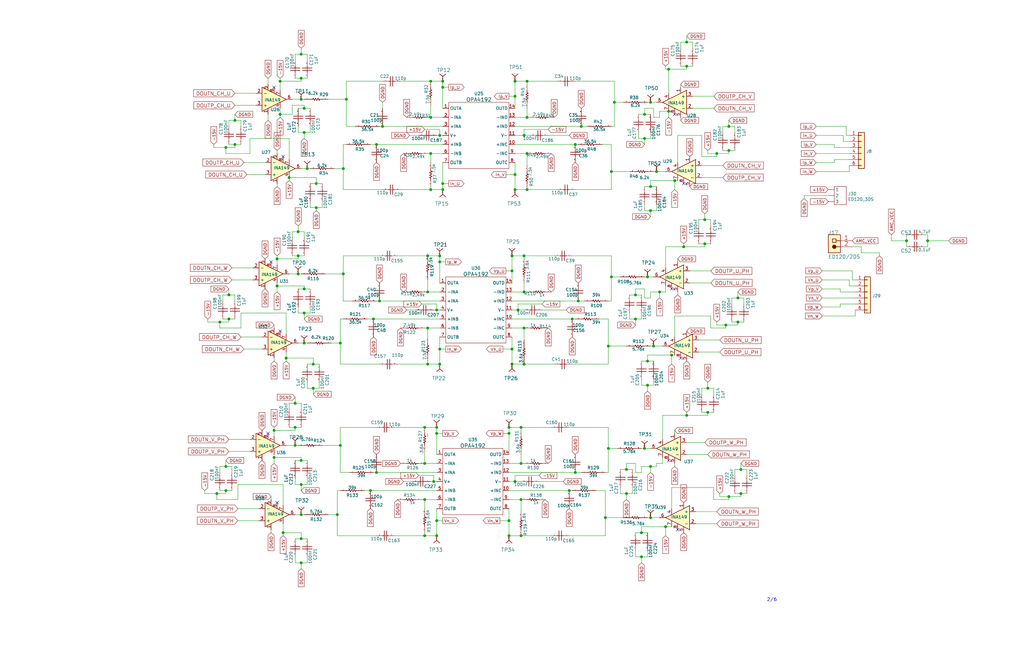
<source format=kicad_sch>
(kicad_sch (version 20210406) (generator eeschema)
  (paper "B")
  (title_block (title "Pg3-Microcontroller-SchDoc") (date "29 01 2021"))
  (lib_symbols
    (symbol "Connector_Generic:Conn_01x06" (pin_names (offset 1.016) hide)
      (property "Reference" "J" (at 0 7.62 0))
      (property "Value" "Conn_01x06" (at 0 -10.16 0))
      (symbol "Conn_01x06_1_1"
        (pin passive line (at -5.08 5.08 0) (length 3.81) (name "Pin_1") (number "1"))
        (pin passive line (at -5.08 2.54 0) (length 3.81) (name "Pin_2") (number "2"))
        (pin passive line (at -5.08 0 0) (length 3.81) (name "Pin_3") (number "3"))
        (pin passive line (at -5.08 -2.54 0) (length 3.81) (name "Pin_4") (number "4"))
        (pin passive line (at -5.08 -5.08 0) (length 3.81) (name "Pin_5") (number "5"))
        (pin passive line (at -5.08 -7.62 0) (length 3.81) (name "Pin_6") (number "6"))
      )
    )
    (symbol "New_Library_0:ED120_3DS"
      (property "Reference" "J" (at 5.08 1.27 0))
      (property "Value" "ED120_3DS" (at 1.27 -1.27 0))
      (symbol "ED120_3DS_1_1"
        (pin input line (at -3.81 6.35 0) (length 2.54) (name "1") (number ""))
        (pin input line (at -3.81 3.81 0) (length 2.54) (name "2") (number ""))
        (pin input line (at -3.81 1.27 0) (length 2.54) (name "3") (number ""))
      )
    )
    (symbol "New_Library_0:INA149_1"
      (property "Reference" "U" (at 15.24 -1.27 0))
      (property "Value" "INA149" (at 8.89 1.27 0))
      (symbol "INA149_1_1_1"
        (pin input line (at 7.62 -5.08 90) (length 2.54) (name "") (number "1"))
        (pin input line (at 2.54 3.81 0) (length 2.54) (name "-") (number "2"))
        (pin input line (at 2.54 -1.27 0) (length 2.54) (name "+") (number "3"))
        (pin input line (at 12.7 -2.54 90) (length 2.54) (name "") (number "4"))
        (pin input line (at 7.62 7.62 270) (length 2.54) (name "") (number "5"))
        (pin output line (at 17.78 1.27 180) (length 2.54) (name "") (number "6"))
        (pin input line (at 12.7 5.08 270) (length 2.54) (name "") (number "7"))
        (pin input line (at 10.16 6.35 270) (length 2.54) (name "") (number "8"))
      )
    )
    (symbol "New_Library_0:OPA4192"
      (property "Reference" "U" (at 20.32 -19.05 0))
      (property "Value" "OPA4192" (at 5.08 -5.08 0))
      (symbol "OPA4192_1_1"
        (pin output line (at -10.16 6.35 0) (length 2.54) (name "OUTA") (number "1"))
        (pin input line (at 20.32 -8.89 180) (length 2.54) (name "+INC") (number "10"))
        (pin input line (at 20.32 -5.08 180) (length 2.54) (name "V-") (number "11"))
        (pin input line (at 20.32 -1.27 180) (length 2.54) (name "+IND") (number "12"))
        (pin input line (at 20.32 2.54 180) (length 2.54) (name "-IND") (number "13"))
        (pin output line (at 20.32 6.35 180) (length 2.54) (name "OUTD") (number "14"))
        (pin input line (at -10.16 2.54 0) (length 2.54) (name "-INA") (number "2"))
        (pin input line (at -10.16 -1.27 0) (length 2.54) (name "+INA") (number "3"))
        (pin input line (at -10.16 -5.08 0) (length 2.54) (name "V+") (number "4"))
        (pin input line (at -10.16 -8.89 0) (length 2.54) (name "+INB") (number "5"))
        (pin input line (at -10.16 -12.7 0) (length 2.54) (name "-INB") (number "6"))
        (pin output line (at -10.16 -16.51 0) (length 2.54) (name "OUTB") (number "7"))
        (pin output line (at 20.32 -16.51 180) (length 2.54) (name "OUTC") (number "8"))
        (pin input line (at 20.32 -12.7 180) (length 2.54) (name "-INC") (number "9"))
      )
    )
    (symbol "Pg3-Microcontroller-SchDoc-rescue:C0603C101J5GAC-" (pin_names (offset 1.016))
      (property "Reference" "C" (at 2.286 -2.286 0))
      (property "Value" "C0603C101J5GAC-" (at 0 0 0))
      (symbol "C0603C101J5GAC-_0_1"
        (pin passive line (at 5.08 0 180) (length 2.54) (name "1") (number "1"))
        (pin passive line (at -2.54 0 0) (length 2.54) (name "2") (number "2"))
      )
    )
    (symbol "Pg3-Microcontroller-SchDoc-rescue:RG1608P-102-B-T5-" (pin_names (offset 1.016))
      (property "Reference" "R" (at -5.08 0 0))
      (property "Value" "RG1608P-102-B-T5-" (at 0 0 0))
      (symbol "RG1608P-102-B-T5-_0_1"
        (pin passive line (at -5.08 0 0) (length 2.54) (name "1") (number "1"))
        (pin passive line (at 5.08 0 180) (length 2.54) (name "2") (number "2"))
      )
    )
    (symbol "Pg4-Current--signal-condtioning-SchDoc-rescue:GMK325AB7106MM-T-" (pin_names (offset 1.016))
      (property "Reference" "C" (at -6.35 0 0))
      (property "Value" "GMK325AB7106MM-T-" (at 0 0 0))
      (symbol "GMK325AB7106MM-T-_0_1"
        (pin passive line (at 5.08 0 180) (length 2.54) (name "1") (number "1"))
        (pin passive line (at -2.54 0 0) (length 2.54) (name "2") (number "2"))
      )
    )
    (symbol "Pg8.JTAG-Interface-+-LEDs-+-Decoupling-Capacitors-SchDoc-rescue:ED120_2DS-" (pin_names (offset 1.016))
      (property "Reference" "J" (at -2.54 5.08 0))
      (property "Value" "ED120_2DS-" (at -2.54 -5.08 0))
      (symbol "ED120_2DS-_0_1"
        (pin passive line (at -7.62 2.54 0) (length 5.08) (name "1") (number "1"))
        (pin passive line (at -7.62 0 0) (length 5.08) (name "2") (number "2"))
      )
    )
    (symbol "Pg8.JTAG-Interface-+-LEDs-+-Decoupling-Capacitors-SchDoc-rescue:TP-040_RND-" (pin_names (offset 1.016))
      (property "Reference" "TP" (at -2.54 5.08 0))
      (property "Value" "TP-040_RND-" (at 0 0 0))
      (symbol "TP-040_RND-_0_1"
        (pin passive line (at 0 0 90) (length 2.032) (name "1") (number "1"))
      )
    )
  )
  (junction (at 91.44 208.28) (diameter 1.016))
  (junction (at 92.71 135.89) (diameter 1.016))
  (junction (at 95.25 62.23) (diameter 1.016))
  (junction (at 95.25 196.85) (diameter 1.016))
  (junction (at 95.25 207.01) (diameter 1.016))
  (junction (at 96.52 124.46) (diameter 1.016))
  (junction (at 96.52 134.62) (diameter 1.016))
  (junction (at 99.06 50.8) (diameter 1.016))
  (junction (at 99.06 60.96) (diameter 1.016))
  (junction (at 115.57 181.61) (diameter 1.016))
  (junction (at 115.57 193.04) (diameter 1.016))
  (junction (at 116.84 109.22) (diameter 1.016))
  (junction (at 116.84 120.65) (diameter 1.016))
  (junction (at 118.11 34.29) (diameter 1.016))
  (junction (at 118.11 48.26) (diameter 1.016))
  (junction (at 119.38 224.79) (diameter 1.016))
  (junction (at 120.65 151.13) (diameter 1.016))
  (junction (at 121.92 74.93) (diameter 1.016))
  (junction (at 124.46 170.18) (diameter 1.016))
  (junction (at 124.46 180.34) (diameter 1.016))
  (junction (at 124.46 187.96) (diameter 1.016))
  (junction (at 125.73 97.79) (diameter 1.016))
  (junction (at 125.73 107.95) (diameter 1.016))
  (junction (at 125.73 115.57) (diameter 1.016))
  (junction (at 127 22.86) (diameter 1.016))
  (junction (at 127 33.02) (diameter 1.016))
  (junction (at 127 41.91) (diameter 1.016))
  (junction (at 127 194.31) (diameter 1.016))
  (junction (at 127 204.47) (diameter 1.016))
  (junction (at 127 217.17) (diameter 1.016))
  (junction (at 127 227.33) (diameter 1.016))
  (junction (at 127 237.49) (diameter 1.016))
  (junction (at 128.27 45.72) (diameter 1.016))
  (junction (at 128.27 55.88) (diameter 1.016))
  (junction (at 128.27 121.92) (diameter 1.016))
  (junction (at 128.27 132.08) (diameter 1.016))
  (junction (at 128.27 144.78) (diameter 1.016))
  (junction (at 129.54 71.12) (diameter 1.016))
  (junction (at 132.08 153.67) (diameter 1.016))
  (junction (at 132.08 163.83) (diameter 1.016))
  (junction (at 133.35 77.47) (diameter 1.016))
  (junction (at 133.35 87.63) (diameter 1.016))
  (junction (at 142.24 217.17) (diameter 1.016))
  (junction (at 143.51 144.78) (diameter 1.016))
  (junction (at 143.51 187.96) (diameter 1.016))
  (junction (at 144.78 71.12) (diameter 1.016))
  (junction (at 144.78 115.57) (diameter 1.016))
  (junction (at 146.05 41.91) (diameter 1.016))
  (junction (at 156.21 207.01) (diameter 1.016))
  (junction (at 157.48 134.62) (diameter 1.016))
  (junction (at 158.75 60.96) (diameter 1.016))
  (junction (at 158.75 199.39) (diameter 1.016))
  (junction (at 160.02 127) (diameter 1.016))
  (junction (at 161.29 53.34) (diameter 1.016))
  (junction (at 179.07 180.34) (diameter 1.016))
  (junction (at 179.07 195.58) (diameter 1.016))
  (junction (at 179.07 210.82) (diameter 1.016))
  (junction (at 179.07 226.06) (diameter 1.016))
  (junction (at 180.34 107.95) (diameter 1.016))
  (junction (at 180.34 123.19) (diameter 1.016))
  (junction (at 180.34 138.43) (diameter 1.016))
  (junction (at 180.34 153.67) (diameter 1.016))
  (junction (at 181.61 34.29) (diameter 1.016))
  (junction (at 181.61 49.53) (diameter 1.016))
  (junction (at 181.61 64.77) (diameter 1.016))
  (junction (at 181.61 80.01) (diameter 1.016))
  (junction (at 182.88 203.2) (diameter 1.016))
  (junction (at 184.15 130.81) (diameter 1.016))
  (junction (at 184.15 180.34) (diameter 1.016))
  (junction (at 184.15 182.88) (diameter 1.016))
  (junction (at 184.15 219.71) (diameter 1.016))
  (junction (at 184.15 226.06) (diameter 1.016))
  (junction (at 185.42 57.15) (diameter 1.016))
  (junction (at 185.42 107.95) (diameter 1.016))
  (junction (at 185.42 110.49) (diameter 1.016))
  (junction (at 185.42 147.32) (diameter 1.016))
  (junction (at 185.42 153.67) (diameter 1.016))
  (junction (at 186.69 34.29) (diameter 1.016))
  (junction (at 186.69 36.83) (diameter 1.016))
  (junction (at 186.69 77.47) (diameter 1.016))
  (junction (at 186.69 80.01) (diameter 1.016))
  (junction (at 214.63 180.34) (diameter 1.016))
  (junction (at 214.63 182.88) (diameter 1.016))
  (junction (at 214.63 219.71) (diameter 1.016))
  (junction (at 214.63 226.06) (diameter 1.016))
  (junction (at 215.9 107.95) (diameter 1.016))
  (junction (at 215.9 114.3) (diameter 1.016))
  (junction (at 215.9 147.32) (diameter 1.016))
  (junction (at 215.9 153.67) (diameter 1.016))
  (junction (at 217.17 34.29) (diameter 1.016))
  (junction (at 217.17 40.64) (diameter 1.016))
  (junction (at 217.17 73.66) (diameter 1.016))
  (junction (at 217.17 80.01) (diameter 1.016))
  (junction (at 217.17 203.2) (diameter 1.016))
  (junction (at 218.44 130.81) (diameter 1.016))
  (junction (at 219.71 180.34) (diameter 1.016))
  (junction (at 219.71 195.58) (diameter 1.016))
  (junction (at 219.71 210.82) (diameter 1.016))
  (junction (at 219.71 226.06) (diameter 1.016))
  (junction (at 220.98 57.15) (diameter 1.016))
  (junction (at 220.98 107.95) (diameter 1.016))
  (junction (at 220.98 123.19) (diameter 1.016))
  (junction (at 220.98 138.43) (diameter 1.016))
  (junction (at 220.98 153.67) (diameter 1.016))
  (junction (at 222.25 34.29) (diameter 1.016))
  (junction (at 222.25 49.53) (diameter 1.016))
  (junction (at 222.25 64.77) (diameter 1.016))
  (junction (at 222.25 80.01) (diameter 1.016))
  (junction (at 240.03 207.01) (diameter 1.016))
  (junction (at 241.3 134.62) (diameter 1.016))
  (junction (at 242.57 60.96) (diameter 1.016))
  (junction (at 242.57 199.39) (diameter 1.016))
  (junction (at 243.84 127) (diameter 1.016))
  (junction (at 245.11 53.34) (diameter 1.016))
  (junction (at 255.27 218.44) (diameter 1.016))
  (junction (at 256.54 146.05) (diameter 1.016))
  (junction (at 256.54 189.23) (diameter 1.016))
  (junction (at 257.81 72.39) (diameter 1.016))
  (junction (at 257.81 116.84) (diameter 1.016))
  (junction (at 259.08 43.18) (diameter 1.016))
  (junction (at 264.16 198.12) (diameter 1.016))
  (junction (at 264.16 208.28) (diameter 1.016))
  (junction (at 267.97 124.46) (diameter 1.016))
  (junction (at 267.97 134.62) (diameter 1.016))
  (junction (at 270.51 224.79) (diameter 1.016))
  (junction (at 270.51 234.95) (diameter 1.016))
  (junction (at 271.78 48.26) (diameter 1.016))
  (junction (at 271.78 58.42) (diameter 1.016))
  (junction (at 271.78 189.23) (diameter 1.016))
  (junction (at 273.05 116.84) (diameter 1.016))
  (junction (at 273.05 152.4) (diameter 1.016))
  (junction (at 273.05 162.56) (diameter 1.016))
  (junction (at 274.32 43.18) (diameter 1.016))
  (junction (at 274.32 78.74) (diameter 1.016))
  (junction (at 274.32 88.9) (diameter 1.016))
  (junction (at 274.32 196.85) (diameter 1.016))
  (junction (at 274.32 218.44) (diameter 1.016))
  (junction (at 275.59 146.05) (diameter 1.016))
  (junction (at 276.86 72.39) (diameter 1.016))
  (junction (at 278.13 123.19) (diameter 1.016))
  (junction (at 280.67 222.25) (diameter 1.016))
  (junction (at 281.94 29.21) (diameter 1.016))
  (junction (at 281.94 46.99) (diameter 1.016))
  (junction (at 283.21 149.86) (diameter 1.016))
  (junction (at 284.48 76.2) (diameter 1.016))
  (junction (at 288.29 104.14) (diameter 1.016))
  (junction (at 289.56 17.78) (diameter 1.016))
  (junction (at 289.56 27.94) (diameter 1.016))
  (junction (at 289.56 175.26) (diameter 1.016))
  (junction (at 297.18 92.71) (diameter 1.016))
  (junction (at 297.18 102.87) (diameter 1.016))
  (junction (at 298.45 163.83) (diameter 1.016))
  (junction (at 298.45 173.99) (diameter 1.016))
  (junction (at 302.26 64.77) (diameter 1.016))
  (junction (at 306.07 137.16) (diameter 1.016))
  (junction (at 307.34 53.34) (diameter 1.016))
  (junction (at 307.34 63.5) (diameter 1.016))
  (junction (at 307.34 209.55) (diameter 1.016))
  (junction (at 311.15 125.73) (diameter 1.016))
  (junction (at 311.15 135.89) (diameter 1.016))
  (junction (at 312.42 198.12) (diameter 1.016))
  (junction (at 312.42 208.28) (diameter 1.016))
  (junction (at 382.27 101.6) (diameter 1.016))
  (junction (at 391.16 101.6) (diameter 1.016))
  (no_connect (at 113.03 182.88))
  (no_connect (at 114.3 110.49))
  (no_connect (at 115.57 36.83))
  (no_connect (at 116.84 212.09))
  (no_connect (at 118.11 139.7))
  (no_connect (at 119.38 66.04))
  (no_connect (at 281.94 194.31))
  (no_connect (at 283.21 121.92))
  (no_connect (at 284.48 48.26))
  (no_connect (at 285.75 223.52))
  (no_connect (at 287.02 151.13))
  (no_connect (at 288.29 77.47))
  (wire (pts (xy 86.36 207.01) (xy 86.36 208.28)))
  (wire (pts (xy 87.63 134.62) (xy 87.63 135.89)))
  (wire (pts (xy 90.17 60.96) (xy 90.17 62.23)))
  (wire (pts (xy 91.44 208.28) (xy 86.36 208.28)))
  (wire (pts (xy 91.44 210.82) (xy 91.44 208.28)))
  (wire (pts (xy 92.71 135.89) (xy 87.63 135.89)))
  (wire (pts (xy 92.71 138.43) (xy 92.71 135.89)))
  (wire (pts (xy 92.71 196.85) (xy 95.25 196.85)))
  (wire (pts (xy 92.71 199.39) (xy 92.71 196.85)))
  (wire (pts (xy 92.71 207.01) (xy 95.25 207.01)))
  (wire (pts (xy 93.98 124.46) (xy 96.52 124.46)))
  (wire (pts (xy 93.98 127) (xy 93.98 124.46)))
  (wire (pts (xy 93.98 134.62) (xy 96.52 134.62)))
  (wire (pts (xy 95.25 62.23) (xy 90.17 62.23)))
  (wire (pts (xy 95.25 64.77) (xy 95.25 62.23)))
  (wire (pts (xy 95.25 194.31) (xy 95.25 196.85)))
  (wire (pts (xy 95.25 196.85) (xy 97.79 196.85)))
  (wire (pts (xy 95.25 207.01) (xy 95.25 208.28)))
  (wire (pts (xy 95.25 207.01) (xy 97.79 207.01)))
  (wire (pts (xy 95.25 208.28) (xy 91.44 208.28)))
  (wire (pts (xy 96.52 50.8) (xy 99.06 50.8)))
  (wire (pts (xy 96.52 53.34) (xy 96.52 50.8)))
  (wire (pts (xy 96.52 60.96) (xy 99.06 60.96)))
  (wire (pts (xy 96.52 121.92) (xy 96.52 124.46)))
  (wire (pts (xy 96.52 124.46) (xy 99.06 124.46)))
  (wire (pts (xy 96.52 134.62) (xy 96.52 135.89)))
  (wire (pts (xy 96.52 134.62) (xy 99.06 134.62)))
  (wire (pts (xy 96.52 135.89) (xy 92.71 135.89)))
  (wire (pts (xy 96.52 185.42) (xy 105.41 185.42)))
  (wire (pts (xy 96.52 190.5) (xy 105.41 190.5)))
  (wire (pts (xy 97.79 113.03) (xy 106.68 113.03)))
  (wire (pts (xy 97.79 118.11) (xy 106.68 118.11)))
  (wire (pts (xy 97.79 196.85) (xy 97.79 199.39)))
  (wire (pts (xy 99.06 39.37) (xy 107.95 39.37)))
  (wire (pts (xy 99.06 44.45) (xy 107.95 44.45)))
  (wire (pts (xy 99.06 48.26) (xy 99.06 50.8)))
  (wire (pts (xy 99.06 50.8) (xy 101.6 50.8)))
  (wire (pts (xy 99.06 60.96) (xy 99.06 62.23)))
  (wire (pts (xy 99.06 60.96) (xy 101.6 60.96)))
  (wire (pts (xy 99.06 62.23) (xy 95.25 62.23)))
  (wire (pts (xy 99.06 124.46) (xy 99.06 127)))
  (wire (pts (xy 100.33 204.47) (xy 100.33 210.82)))
  (wire (pts (xy 100.33 204.47) (xy 119.38 204.47)))
  (wire (pts (xy 100.33 210.82) (xy 91.44 210.82)))
  (wire (pts (xy 100.33 219.71) (xy 109.22 219.71)))
  (wire (pts (xy 101.6 50.8) (xy 101.6 53.34)))
  (wire (pts (xy 101.6 132.08) (xy 101.6 138.43)))
  (wire (pts (xy 101.6 138.43) (xy 92.71 138.43)))
  (wire (pts (xy 105.41 58.42) (xy 105.41 64.77)))
  (wire (pts (xy 105.41 64.77) (xy 95.25 64.77)))
  (wire (pts (xy 109.22 214.63) (xy 100.33 214.63)))
  (wire (pts (xy 110.49 142.24) (xy 101.6 142.24)))
  (wire (pts (xy 110.49 147.32) (xy 102.87 147.32)))
  (wire (pts (xy 111.76 68.58) (xy 102.87 68.58)))
  (wire (pts (xy 111.76 73.66) (xy 104.14 73.66)))
  (wire (pts (xy 113.03 33.02) (xy 113.03 35.56)))
  (wire (pts (xy 113.03 48.26) (xy 113.03 50.8)))
  (wire (pts (xy 114.3 209.55) (xy 114.3 210.82)))
  (wire (pts (xy 114.3 224.79) (xy 114.3 223.52)))
  (wire (pts (xy 115.57 137.16) (xy 115.57 138.43)))
  (wire (pts (xy 115.57 152.4) (xy 115.57 151.13)))
  (wire (pts (xy 115.57 180.34) (xy 115.57 181.61)))
  (wire (pts (xy 115.57 181.61) (xy 115.57 184.15)))
  (wire (pts (xy 115.57 191.77) (xy 115.57 193.04)))
  (wire (pts (xy 115.57 193.04) (xy 115.57 195.58)))
  (wire (pts (xy 115.57 193.04) (xy 127 193.04)))
  (wire (pts (xy 116.84 63.5) (xy 116.84 64.77)))
  (wire (pts (xy 116.84 78.74) (xy 116.84 77.47)))
  (wire (pts (xy 116.84 107.95) (xy 116.84 109.22)))
  (wire (pts (xy 116.84 109.22) (xy 116.84 111.76)))
  (wire (pts (xy 116.84 119.38) (xy 116.84 120.65)))
  (wire (pts (xy 116.84 120.65) (xy 116.84 123.19)))
  (wire (pts (xy 116.84 120.65) (xy 128.27 120.65)))
  (wire (pts (xy 118.11 33.02) (xy 118.11 34.29)))
  (wire (pts (xy 118.11 34.29) (xy 118.11 38.1)))
  (wire (pts (xy 118.11 45.72) (xy 118.11 48.26)))
  (wire (pts (xy 118.11 48.26) (xy 118.11 49.53)))
  (wire (pts (xy 119.38 204.47) (xy 119.38 213.36)))
  (wire (pts (xy 119.38 220.98) (xy 119.38 224.79)))
  (wire (pts (xy 119.38 224.79) (xy 119.38 226.06)))
  (wire (pts (xy 119.38 224.79) (xy 127 224.79)))
  (wire (pts (xy 120.65 132.08) (xy 101.6 132.08)))
  (wire (pts (xy 120.65 132.08) (xy 120.65 140.97)))
  (wire (pts (xy 120.65 148.59) (xy 120.65 151.13)))
  (wire (pts (xy 120.65 152.4) (xy 120.65 151.13)))
  (wire (pts (xy 120.65 187.96) (xy 124.46 187.96)))
  (wire (pts (xy 121.92 58.42) (xy 105.41 58.42)))
  (wire (pts (xy 121.92 58.42) (xy 121.92 67.31)))
  (wire (pts (xy 121.92 76.2) (xy 121.92 74.93)))
  (wire (pts (xy 121.92 115.57) (xy 125.73 115.57)))
  (wire (pts (xy 121.92 170.18) (xy 124.46 170.18)))
  (wire (pts (xy 121.92 172.72) (xy 121.92 170.18)))
  (wire (pts (xy 121.92 180.34) (xy 124.46 180.34)))
  (wire (pts (xy 123.19 41.91) (xy 127 41.91)))
  (wire (pts (xy 123.19 44.45) (xy 123.19 48.26)))
  (wire (pts (xy 123.19 48.26) (xy 118.11 48.26)))
  (wire (pts (xy 123.19 97.79) (xy 125.73 97.79)))
  (wire (pts (xy 123.19 100.33) (xy 123.19 97.79)))
  (wire (pts (xy 123.19 107.95) (xy 125.73 107.95)))
  (wire (pts (xy 124.46 22.86) (xy 127 22.86)))
  (wire (pts (xy 124.46 25.4) (xy 124.46 22.86)))
  (wire (pts (xy 124.46 33.02) (xy 127 33.02)))
  (wire (pts (xy 124.46 167.64) (xy 124.46 170.18)))
  (wire (pts (xy 124.46 170.18) (xy 127 170.18)))
  (wire (pts (xy 124.46 180.34) (xy 124.46 181.61)))
  (wire (pts (xy 124.46 180.34) (xy 127 180.34)))
  (wire (pts (xy 124.46 181.61) (xy 115.57 181.61)))
  (wire (pts (xy 124.46 187.96) (xy 125.73 187.96)))
  (wire (pts (xy 124.46 204.47) (xy 124.46 201.93)))
  (wire (pts (xy 124.46 237.49) (xy 124.46 234.95)))
  (wire (pts (xy 125.73 55.88) (xy 125.73 53.34)))
  (wire (pts (xy 125.73 95.25) (xy 125.73 97.79)))
  (wire (pts (xy 125.73 97.79) (xy 128.27 97.79)))
  (wire (pts (xy 125.73 107.95) (xy 125.73 109.22)))
  (wire (pts (xy 125.73 107.95) (xy 128.27 107.95)))
  (wire (pts (xy 125.73 109.22) (xy 116.84 109.22)))
  (wire (pts (xy 125.73 115.57) (xy 127 115.57)))
  (wire (pts (xy 125.73 132.08) (xy 125.73 129.54)))
  (wire (pts (xy 127 20.32) (xy 127 22.86)))
  (wire (pts (xy 127 22.86) (xy 129.54 22.86)))
  (wire (pts (xy 127 33.02) (xy 127 34.29)))
  (wire (pts (xy 127 33.02) (xy 129.54 33.02)))
  (wire (pts (xy 127 34.29) (xy 118.11 34.29)))
  (wire (pts (xy 127 41.91) (xy 128.27 41.91)))
  (wire (pts (xy 127 170.18) (xy 127 172.72)))
  (wire (pts (xy 127 194.31) (xy 124.46 194.31)))
  (wire (pts (xy 127 194.31) (xy 127 193.04)))
  (wire (pts (xy 127 204.47) (xy 124.46 204.47)))
  (wire (pts (xy 127 207.01) (xy 127 204.47)))
  (wire (pts (xy 127 217.17) (xy 124.46 217.17)))
  (wire (pts (xy 127 224.79) (xy 127 227.33)))
  (wire (pts (xy 127 227.33) (xy 124.46 227.33)))
  (wire (pts (xy 127 237.49) (xy 124.46 237.49)))
  (wire (pts (xy 127 240.03) (xy 127 237.49)))
  (wire (pts (xy 128.27 44.45) (xy 123.19 44.45)))
  (wire (pts (xy 128.27 45.72) (xy 125.73 45.72)))
  (wire (pts (xy 128.27 45.72) (xy 128.27 44.45)))
  (wire (pts (xy 128.27 55.88) (xy 125.73 55.88)))
  (wire (pts (xy 128.27 58.42) (xy 128.27 55.88)))
  (wire (pts (xy 128.27 97.79) (xy 128.27 100.33)))
  (wire (pts (xy 128.27 121.92) (xy 125.73 121.92)))
  (wire (pts (xy 128.27 121.92) (xy 128.27 120.65)))
  (wire (pts (xy 128.27 132.08) (xy 125.73 132.08)))
  (wire (pts (xy 128.27 134.62) (xy 128.27 132.08)))
  (wire (pts (xy 128.27 144.78) (xy 125.73 144.78)))
  (wire (pts (xy 128.27 217.17) (xy 127 217.17)))
  (wire (pts (xy 129.54 22.86) (xy 129.54 25.4)))
  (wire (pts (xy 129.54 71.12) (xy 127 71.12)))
  (wire (pts (xy 129.54 144.78) (xy 128.27 144.78)))
  (wire (pts (xy 129.54 163.83) (xy 129.54 161.29)))
  (wire (pts (xy 129.54 194.31) (xy 127 194.31)))
  (wire (pts (xy 129.54 201.93) (xy 129.54 204.47)))
  (wire (pts (xy 129.54 204.47) (xy 127 204.47)))
  (wire (pts (xy 129.54 227.33) (xy 127 227.33)))
  (wire (pts (xy 129.54 234.95) (xy 129.54 237.49)))
  (wire (pts (xy 129.54 237.49) (xy 127 237.49)))
  (wire (pts (xy 130.81 45.72) (xy 128.27 45.72)))
  (wire (pts (xy 130.81 53.34) (xy 130.81 55.88)))
  (wire (pts (xy 130.81 55.88) (xy 128.27 55.88)))
  (wire (pts (xy 130.81 71.12) (xy 129.54 71.12)))
  (wire (pts (xy 130.81 87.63) (xy 130.81 85.09)))
  (wire (pts (xy 130.81 87.63) (xy 133.35 87.63)))
  (wire (pts (xy 130.81 121.92) (xy 128.27 121.92)))
  (wire (pts (xy 130.81 129.54) (xy 130.81 132.08)))
  (wire (pts (xy 130.81 132.08) (xy 128.27 132.08)))
  (wire (pts (xy 132.08 151.13) (xy 120.65 151.13)))
  (wire (pts (xy 132.08 151.13) (xy 132.08 153.67)))
  (wire (pts (xy 132.08 153.67) (xy 129.54 153.67)))
  (wire (pts (xy 132.08 163.83) (xy 129.54 163.83)))
  (wire (pts (xy 132.08 166.37) (xy 132.08 163.83)))
  (wire (pts (xy 133.35 74.93) (xy 121.92 74.93)))
  (wire (pts (xy 133.35 74.93) (xy 133.35 77.47)))
  (wire (pts (xy 133.35 77.47) (xy 130.81 77.47)))
  (wire (pts (xy 133.35 87.63) (xy 133.35 88.9)))
  (wire (pts (xy 133.35 87.63) (xy 135.89 87.63)))
  (wire (pts (xy 134.62 153.67) (xy 132.08 153.67)))
  (wire (pts (xy 134.62 161.29) (xy 134.62 163.83)))
  (wire (pts (xy 134.62 163.83) (xy 132.08 163.83)))
  (wire (pts (xy 135.89 77.47) (xy 133.35 77.47)))
  (wire (pts (xy 135.89 85.09) (xy 135.89 87.63)))
  (wire (pts (xy 135.89 187.96) (xy 143.51 187.96)))
  (wire (pts (xy 137.16 115.57) (xy 144.78 115.57)))
  (wire (pts (xy 138.43 41.91) (xy 146.05 41.91)))
  (wire (pts (xy 142.24 217.17) (xy 138.43 217.17)))
  (wire (pts (xy 142.24 217.17) (xy 142.24 207.01)))
  (wire (pts (xy 142.24 226.06) (xy 142.24 217.17)))
  (wire (pts (xy 143.51 144.78) (xy 139.7 144.78)))
  (wire (pts (xy 143.51 144.78) (xy 143.51 134.62)))
  (wire (pts (xy 143.51 153.67) (xy 143.51 144.78)))
  (wire (pts (xy 143.51 180.34) (xy 143.51 187.96)))
  (wire (pts (xy 143.51 187.96) (xy 143.51 199.39)))
  (wire (pts (xy 143.51 199.39) (xy 147.32 199.39)))
  (wire (pts (xy 143.51 207.01) (xy 142.24 207.01)))
  (wire (pts (xy 144.78 71.12) (xy 140.97 71.12)))
  (wire (pts (xy 144.78 71.12) (xy 144.78 60.96)))
  (wire (pts (xy 144.78 80.01) (xy 144.78 71.12)))
  (wire (pts (xy 144.78 107.95) (xy 144.78 115.57)))
  (wire (pts (xy 144.78 115.57) (xy 144.78 127)))
  (wire (pts (xy 144.78 127) (xy 148.59 127)))
  (wire (pts (xy 144.78 134.62) (xy 143.51 134.62)))
  (wire (pts (xy 146.05 34.29) (xy 146.05 41.91)))
  (wire (pts (xy 146.05 41.91) (xy 146.05 53.34)))
  (wire (pts (xy 146.05 53.34) (xy 149.86 53.34)))
  (wire (pts (xy 146.05 60.96) (xy 144.78 60.96)))
  (wire (pts (xy 156.21 207.01) (xy 153.67 207.01)))
  (wire (pts (xy 157.48 134.62) (xy 154.94 134.62)))
  (wire (pts (xy 157.48 199.39) (xy 158.75 199.39)))
  (wire (pts (xy 158.75 60.96) (xy 156.21 60.96)))
  (wire (pts (xy 158.75 60.96) (xy 186.69 60.96)))
  (wire (pts (xy 158.75 127) (xy 160.02 127)))
  (wire (pts (xy 158.75 180.34) (xy 143.51 180.34)))
  (wire (pts (xy 158.75 199.39) (xy 184.15 199.39)))
  (wire (pts (xy 158.75 226.06) (xy 142.24 226.06)))
  (wire (pts (xy 160.02 53.34) (xy 161.29 53.34)))
  (wire (pts (xy 160.02 107.95) (xy 144.78 107.95)))
  (wire (pts (xy 160.02 127) (xy 185.42 127)))
  (wire (pts (xy 160.02 153.67) (xy 143.51 153.67)))
  (wire (pts (xy 161.29 34.29) (xy 146.05 34.29)))
  (wire (pts (xy 161.29 43.18) (xy 161.29 45.72)))
  (wire (pts (xy 161.29 53.34) (xy 186.69 53.34)))
  (wire (pts (xy 161.29 80.01) (xy 144.78 80.01)))
  (wire (pts (xy 166.37 180.34) (xy 179.07 180.34)))
  (wire (pts (xy 166.37 226.06) (xy 179.07 226.06)))
  (wire (pts (xy 167.64 107.95) (xy 180.34 107.95)))
  (wire (pts (xy 167.64 153.67) (xy 180.34 153.67)))
  (wire (pts (xy 168.91 34.29) (xy 181.61 34.29)))
  (wire (pts (xy 168.91 80.01) (xy 181.61 80.01)))
  (wire (pts (xy 170.18 203.2) (xy 173.99 203.2)))
  (wire (pts (xy 171.45 130.81) (xy 175.26 130.81)))
  (wire (pts (xy 172.72 57.15) (xy 176.53 57.15)))
  (wire (pts (xy 176.53 200.66) (xy 182.88 200.66)))
  (wire (pts (xy 177.8 128.27) (xy 184.15 128.27)))
  (wire (pts (xy 179.07 54.61) (xy 185.42 54.61)))
  (wire (pts (xy 179.07 180.34) (xy 184.15 180.34)))
  (wire (pts (xy 179.07 190.5) (xy 179.07 195.58)))
  (wire (pts (xy 179.07 195.58) (xy 184.15 195.58)))
  (wire (pts (xy 179.07 210.82) (xy 177.8 210.82)))
  (wire (pts (xy 179.07 214.63) (xy 179.07 210.82)))
  (wire (pts (xy 179.07 226.06) (xy 179.07 224.79)))
  (wire (pts (xy 179.07 226.06) (xy 184.15 226.06)))
  (wire (pts (xy 180.34 107.95) (xy 185.42 107.95)))
  (wire (pts (xy 180.34 118.11) (xy 180.34 123.19)))
  (wire (pts (xy 180.34 123.19) (xy 185.42 123.19)))
  (wire (pts (xy 180.34 138.43) (xy 179.07 138.43)))
  (wire (pts (xy 180.34 142.24) (xy 180.34 138.43)))
  (wire (pts (xy 180.34 153.67) (xy 180.34 152.4)))
  (wire (pts (xy 180.34 153.67) (xy 185.42 153.67)))
  (wire (pts (xy 180.34 182.88) (xy 180.34 184.15)))
  (wire (pts (xy 181.61 34.29) (xy 186.69 34.29)))
  (wire (pts (xy 181.61 44.45) (xy 181.61 49.53)))
  (wire (pts (xy 181.61 49.53) (xy 186.69 49.53)))
  (wire (pts (xy 181.61 64.77) (xy 180.34 64.77)))
  (wire (pts (xy 181.61 64.77) (xy 186.69 64.77)))
  (wire (pts (xy 181.61 68.58) (xy 181.61 64.77)))
  (wire (pts (xy 181.61 80.01) (xy 181.61 78.74)))
  (wire (pts (xy 181.61 80.01) (xy 186.69 80.01)))
  (wire (pts (xy 181.61 203.2) (xy 182.88 203.2)))
  (wire (pts (xy 182.88 130.81) (xy 184.15 130.81)))
  (wire (pts (xy 182.88 200.66) (xy 182.88 203.2)))
  (wire (pts (xy 182.88 203.2) (xy 184.15 203.2)))
  (wire (pts (xy 184.15 57.15) (xy 185.42 57.15)))
  (wire (pts (xy 184.15 128.27) (xy 184.15 130.81)))
  (wire (pts (xy 184.15 130.81) (xy 185.42 130.81)))
  (wire (pts (xy 184.15 180.34) (xy 184.15 182.88)))
  (wire (pts (xy 184.15 182.88) (xy 184.15 191.77)))
  (wire (pts (xy 184.15 182.88) (xy 186.69 182.88)))
  (wire (pts (xy 184.15 207.01) (xy 156.21 207.01)))
  (wire (pts (xy 184.15 210.82) (xy 179.07 210.82)))
  (wire (pts (xy 184.15 219.71) (xy 184.15 214.63)))
  (wire (pts (xy 184.15 219.71) (xy 186.69 219.71)))
  (wire (pts (xy 184.15 226.06) (xy 184.15 219.71)))
  (wire (pts (xy 185.42 54.61) (xy 185.42 57.15)))
  (wire (pts (xy 185.42 57.15) (xy 186.69 57.15)))
  (wire (pts (xy 185.42 107.95) (xy 185.42 110.49)))
  (wire (pts (xy 185.42 110.49) (xy 185.42 119.38)))
  (wire (pts (xy 185.42 110.49) (xy 187.96 110.49)))
  (wire (pts (xy 185.42 134.62) (xy 157.48 134.62)))
  (wire (pts (xy 185.42 138.43) (xy 180.34 138.43)))
  (wire (pts (xy 185.42 142.24) (xy 185.42 147.32)))
  (wire (pts (xy 185.42 147.32) (xy 185.42 153.67)))
  (wire (pts (xy 185.42 147.32) (xy 187.96 147.32)))
  (wire (pts (xy 186.69 34.29) (xy 186.69 36.83)))
  (wire (pts (xy 186.69 36.83) (xy 186.69 45.72)))
  (wire (pts (xy 186.69 36.83) (xy 189.23 36.83)))
  (wire (pts (xy 186.69 77.47) (xy 186.69 68.58)))
  (wire (pts (xy 186.69 80.01) (xy 186.69 77.47)))
  (wire (pts (xy 189.23 77.47) (xy 186.69 77.47)))
  (wire (pts (xy 210.82 219.71) (xy 214.63 219.71)))
  (wire (pts (xy 212.09 147.32) (xy 215.9 147.32)))
  (wire (pts (xy 212.09 182.88) (xy 214.63 182.88)))
  (wire (pts (xy 213.36 73.66) (xy 217.17 73.66)))
  (wire (pts (xy 214.63 180.34) (xy 214.63 182.88)))
  (wire (pts (xy 214.63 182.88) (xy 214.63 191.77)))
  (wire (pts (xy 214.63 195.58) (xy 219.71 195.58)))
  (wire (pts (xy 214.63 199.39) (xy 242.57 199.39)))
  (wire (pts (xy 214.63 203.2) (xy 217.17 203.2)))
  (wire (pts (xy 214.63 219.71) (xy 214.63 214.63)))
  (wire (pts (xy 214.63 226.06) (xy 214.63 219.71)))
  (wire (pts (xy 215.9 107.95) (xy 215.9 114.3)))
  (wire (pts (xy 215.9 114.3) (xy 213.36 114.3)))
  (wire (pts (xy 215.9 114.3) (xy 215.9 119.38)))
  (wire (pts (xy 215.9 123.19) (xy 220.98 123.19)))
  (wire (pts (xy 215.9 127) (xy 243.84 127)))
  (wire (pts (xy 215.9 130.81) (xy 218.44 130.81)))
  (wire (pts (xy 215.9 147.32) (xy 215.9 142.24)))
  (wire (pts (xy 215.9 153.67) (xy 215.9 147.32)))
  (wire (pts (xy 215.9 153.67) (xy 220.98 153.67)))
  (wire (pts (xy 217.17 34.29) (xy 217.17 40.64)))
  (wire (pts (xy 217.17 40.64) (xy 214.63 40.64)))
  (wire (pts (xy 217.17 40.64) (xy 217.17 45.72)))
  (wire (pts (xy 217.17 49.53) (xy 222.25 49.53)))
  (wire (pts (xy 217.17 57.15) (xy 220.98 57.15)))
  (wire (pts (xy 217.17 73.66) (xy 217.17 68.58)))
  (wire (pts (xy 217.17 80.01) (xy 217.17 73.66)))
  (wire (pts (xy 217.17 200.66) (xy 217.17 203.2)))
  (wire (pts (xy 217.17 203.2) (xy 219.71 203.2)))
  (wire (pts (xy 218.44 128.27) (xy 218.44 130.81)))
  (wire (pts (xy 218.44 130.81) (xy 220.98 130.81)))
  (wire (pts (xy 219.71 180.34) (xy 214.63 180.34)))
  (wire (pts (xy 219.71 180.34) (xy 219.71 181.61)))
  (wire (pts (xy 219.71 191.77) (xy 219.71 195.58)))
  (wire (pts (xy 219.71 195.58) (xy 220.98 195.58)))
  (wire (pts (xy 219.71 210.82) (xy 214.63 210.82)))
  (wire (pts (xy 219.71 215.9) (xy 219.71 210.82)))
  (wire (pts (xy 219.71 226.06) (xy 214.63 226.06)))
  (wire (pts (xy 220.98 54.61) (xy 220.98 57.15)))
  (wire (pts (xy 220.98 57.15) (xy 223.52 57.15)))
  (wire (pts (xy 220.98 107.95) (xy 215.9 107.95)))
  (wire (pts (xy 220.98 107.95) (xy 220.98 109.22)))
  (wire (pts (xy 220.98 119.38) (xy 220.98 123.19)))
  (wire (pts (xy 220.98 123.19) (xy 222.25 123.19)))
  (wire (pts (xy 220.98 138.43) (xy 215.9 138.43)))
  (wire (pts (xy 220.98 143.51) (xy 220.98 138.43)))
  (wire (pts (xy 220.98 153.67) (xy 233.68 153.67)))
  (wire (pts (xy 222.25 34.29) (xy 217.17 34.29)))
  (wire (pts (xy 222.25 34.29) (xy 222.25 35.56)))
  (wire (pts (xy 222.25 45.72) (xy 222.25 49.53)))
  (wire (pts (xy 222.25 49.53) (xy 223.52 49.53)))
  (wire (pts (xy 222.25 64.77) (xy 217.17 64.77)))
  (wire (pts (xy 222.25 69.85) (xy 222.25 64.77)))
  (wire (pts (xy 222.25 80.01) (xy 217.17 80.01)))
  (wire (pts (xy 227.33 200.66) (xy 217.17 200.66)))
  (wire (pts (xy 227.33 203.2) (xy 237.49 203.2)))
  (wire (pts (xy 228.6 128.27) (xy 218.44 128.27)))
  (wire (pts (xy 228.6 130.81) (xy 238.76 130.81)))
  (wire (pts (xy 231.14 54.61) (xy 220.98 54.61)))
  (wire (pts (xy 231.14 57.15) (xy 240.03 57.15)))
  (wire (pts (xy 232.41 180.34) (xy 219.71 180.34)))
  (wire (pts (xy 232.41 226.06) (xy 219.71 226.06)))
  (wire (pts (xy 233.68 107.95) (xy 220.98 107.95)))
  (wire (pts (xy 234.95 34.29) (xy 222.25 34.29)))
  (wire (pts (xy 234.95 80.01) (xy 222.25 80.01)))
  (wire (pts (xy 240.03 180.34) (xy 256.54 180.34)))
  (wire (pts (xy 240.03 207.01) (xy 214.63 207.01)))
  (wire (pts (xy 240.03 226.06) (xy 255.27 226.06)))
  (wire (pts (xy 241.3 107.95) (xy 257.81 107.95)))
  (wire (pts (xy 241.3 134.62) (xy 215.9 134.62)))
  (wire (pts (xy 241.3 153.67) (xy 256.54 153.67)))
  (wire (pts (xy 241.3 207.01) (xy 240.03 207.01)))
  (wire (pts (xy 242.57 34.29) (xy 259.08 34.29)))
  (wire (pts (xy 242.57 60.96) (xy 217.17 60.96)))
  (wire (pts (xy 242.57 80.01) (xy 257.81 80.01)))
  (wire (pts (xy 242.57 134.62) (xy 241.3 134.62)))
  (wire (pts (xy 242.57 199.39) (xy 245.11 199.39)))
  (wire (pts (xy 243.84 60.96) (xy 242.57 60.96)))
  (wire (pts (xy 243.84 127) (xy 246.38 127)))
  (wire (pts (xy 245.11 53.34) (xy 217.17 53.34)))
  (wire (pts (xy 245.11 53.34) (xy 247.65 53.34)))
  (wire (pts (xy 255.27 199.39) (xy 256.54 199.39)))
  (wire (pts (xy 255.27 207.01) (xy 251.46 207.01)))
  (wire (pts (xy 255.27 218.44) (xy 255.27 207.01)))
  (wire (pts (xy 255.27 226.06) (xy 255.27 218.44)))
  (wire (pts (xy 256.54 127) (xy 257.81 127)))
  (wire (pts (xy 256.54 134.62) (xy 252.73 134.62)))
  (wire (pts (xy 256.54 146.05) (xy 256.54 134.62)))
  (wire (pts (xy 256.54 153.67) (xy 256.54 146.05)))
  (wire (pts (xy 256.54 180.34) (xy 256.54 189.23)))
  (wire (pts (xy 256.54 189.23) (xy 256.54 199.39)))
  (wire (pts (xy 256.54 189.23) (xy 260.35 189.23)))
  (wire (pts (xy 257.81 53.34) (xy 259.08 53.34)))
  (wire (pts (xy 257.81 60.96) (xy 254 60.96)))
  (wire (pts (xy 257.81 72.39) (xy 257.81 60.96)))
  (wire (pts (xy 257.81 80.01) (xy 257.81 72.39)))
  (wire (pts (xy 257.81 107.95) (xy 257.81 116.84)))
  (wire (pts (xy 257.81 116.84) (xy 257.81 127)))
  (wire (pts (xy 257.81 116.84) (xy 261.62 116.84)))
  (wire (pts (xy 259.08 34.29) (xy 259.08 43.18)))
  (wire (pts (xy 259.08 43.18) (xy 259.08 53.34)))
  (wire (pts (xy 259.08 43.18) (xy 262.89 43.18)))
  (wire (pts (xy 261.62 208.28) (xy 261.62 205.74)))
  (wire (pts (xy 261.62 208.28) (xy 264.16 208.28)))
  (wire (pts (xy 262.89 218.44) (xy 255.27 218.44)))
  (wire (pts (xy 264.16 146.05) (xy 256.54 146.05)))
  (wire (pts (xy 264.16 195.58) (xy 264.16 198.12)))
  (wire (pts (xy 264.16 198.12) (xy 261.62 198.12)))
  (wire (pts (xy 264.16 198.12) (xy 266.7 198.12)))
  (wire (pts (xy 264.16 208.28) (xy 264.16 210.82)))
  (wire (pts (xy 264.16 208.28) (xy 266.7 208.28)))
  (wire (pts (xy 265.43 72.39) (xy 257.81 72.39)))
  (wire (pts (xy 265.43 134.62) (xy 265.43 132.08)))
  (wire (pts (xy 265.43 134.62) (xy 267.97 134.62)))
  (wire (pts (xy 266.7 205.74) (xy 266.7 208.28)))
  (wire (pts (xy 267.97 121.92) (xy 267.97 124.46)))
  (wire (pts (xy 267.97 124.46) (xy 265.43 124.46)))
  (wire (pts (xy 267.97 124.46) (xy 270.51 124.46)))
  (wire (pts (xy 267.97 134.62) (xy 267.97 137.16)))
  (wire (pts (xy 267.97 134.62) (xy 270.51 134.62)))
  (wire (pts (xy 267.97 195.58) (xy 264.16 195.58)))
  (wire (pts (xy 267.97 199.39) (xy 267.97 195.58)))
  (wire (pts (xy 267.97 234.95) (xy 267.97 232.41)))
  (wire (pts (xy 267.97 234.95) (xy 270.51 234.95)))
  (wire (pts (xy 269.24 58.42) (xy 269.24 55.88)))
  (wire (pts (xy 269.24 58.42) (xy 271.78 58.42)))
  (wire (pts (xy 270.51 132.08) (xy 270.51 134.62)))
  (wire (pts (xy 270.51 162.56) (xy 270.51 160.02)))
  (wire (pts (xy 270.51 162.56) (xy 273.05 162.56)))
  (wire (pts (xy 270.51 189.23) (xy 271.78 189.23)))
  (wire (pts (xy 270.51 196.85) (xy 270.51 199.39)))
  (wire (pts (xy 270.51 196.85) (xy 274.32 196.85)))
  (wire (pts (xy 270.51 199.39) (xy 267.97 199.39)))
  (wire (pts (xy 270.51 222.25) (xy 270.51 224.79)))
  (wire (pts (xy 270.51 222.25) (xy 280.67 222.25)))
  (wire (pts (xy 270.51 224.79) (xy 267.97 224.79)))
  (wire (pts (xy 270.51 224.79) (xy 273.05 224.79)))
  (wire (pts (xy 270.51 234.95) (xy 270.51 237.49)))
  (wire (pts (xy 270.51 234.95) (xy 273.05 234.95)))
  (wire (pts (xy 271.78 45.72) (xy 271.78 48.26)))
  (wire (pts (xy 271.78 48.26) (xy 269.24 48.26)))
  (wire (pts (xy 271.78 48.26) (xy 274.32 48.26)))
  (wire (pts (xy 271.78 58.42) (xy 271.78 60.96)))
  (wire (pts (xy 271.78 58.42) (xy 274.32 58.42)))
  (wire (pts (xy 271.78 88.9) (xy 271.78 86.36)))
  (wire (pts (xy 271.78 88.9) (xy 274.32 88.9)))
  (wire (pts (xy 271.78 116.84) (xy 273.05 116.84)))
  (wire (pts (xy 271.78 121.92) (xy 267.97 121.92)))
  (wire (pts (xy 271.78 125.73) (xy 271.78 121.92)))
  (wire (pts (xy 271.78 189.23) (xy 274.32 189.23)))
  (wire (pts (xy 273.05 43.18) (xy 274.32 43.18)))
  (wire (pts (xy 273.05 116.84) (xy 275.59 116.84)))
  (wire (pts (xy 273.05 149.86) (xy 273.05 152.4)))
  (wire (pts (xy 273.05 149.86) (xy 283.21 149.86)))
  (wire (pts (xy 273.05 152.4) (xy 270.51 152.4)))
  (wire (pts (xy 273.05 152.4) (xy 275.59 152.4)))
  (wire (pts (xy 273.05 162.56) (xy 273.05 165.1)))
  (wire (pts (xy 273.05 162.56) (xy 275.59 162.56)))
  (wire (pts (xy 273.05 232.41) (xy 273.05 234.95)))
  (wire (pts (xy 274.32 43.18) (xy 276.86 43.18)))
  (wire (pts (xy 274.32 55.88) (xy 274.32 58.42)))
  (wire (pts (xy 274.32 76.2) (xy 274.32 78.74)))
  (wire (pts (xy 274.32 76.2) (xy 284.48 76.2)))
  (wire (pts (xy 274.32 78.74) (xy 271.78 78.74)))
  (wire (pts (xy 274.32 78.74) (xy 276.86 78.74)))
  (wire (pts (xy 274.32 88.9) (xy 274.32 91.44)))
  (wire (pts (xy 274.32 88.9) (xy 276.86 88.9)))
  (wire (pts (xy 274.32 123.19) (xy 274.32 125.73)))
  (wire (pts (xy 274.32 123.19) (xy 278.13 123.19)))
  (wire (pts (xy 274.32 125.73) (xy 271.78 125.73)))
  (wire (pts (xy 274.32 196.85) (xy 274.32 199.39)))
  (wire (pts (xy 274.32 196.85) (xy 276.86 196.85)))
  (wire (pts (xy 274.32 218.44) (xy 273.05 218.44)))
  (wire (pts (xy 275.59 45.72) (xy 271.78 45.72)))
  (wire (pts (xy 275.59 49.53) (xy 275.59 45.72)))
  (wire (pts (xy 275.59 146.05) (xy 274.32 146.05)))
  (wire (pts (xy 275.59 160.02) (xy 275.59 162.56)))
  (wire (pts (xy 276.86 72.39) (xy 275.59 72.39)))
  (wire (pts (xy 276.86 86.36) (xy 276.86 88.9)))
  (wire (pts (xy 276.86 195.58) (xy 276.86 196.85)))
  (wire (pts (xy 276.86 195.58) (xy 279.4 195.58)))
  (wire (pts (xy 278.13 46.99) (xy 278.13 49.53)))
  (wire (pts (xy 278.13 46.99) (xy 281.94 46.99)))
  (wire (pts (xy 278.13 49.53) (xy 275.59 49.53)))
  (wire (pts (xy 278.13 123.19) (xy 278.13 125.73)))
  (wire (pts (xy 278.13 123.19) (xy 280.67 123.19)))
  (wire (pts (xy 278.13 218.44) (xy 274.32 218.44)))
  (wire (pts (xy 279.4 146.05) (xy 275.59 146.05)))
  (wire (pts (xy 279.4 175.26) (xy 279.4 185.42)))
  (wire (pts (xy 279.4 175.26) (xy 289.56 175.26)))
  (wire (pts (xy 279.4 193.04) (xy 279.4 195.58)))
  (wire (pts (xy 280.67 27.94) (xy 280.67 29.21)))
  (wire (pts (xy 280.67 29.21) (xy 281.94 29.21)))
  (wire (pts (xy 280.67 72.39) (xy 276.86 72.39)))
  (wire (pts (xy 280.67 104.14) (xy 280.67 113.03)))
  (wire (pts (xy 280.67 104.14) (xy 288.29 104.14)))
  (wire (pts (xy 280.67 120.65) (xy 280.67 123.19)))
  (wire (pts (xy 280.67 222.25) (xy 280.67 226.06)))
  (wire (pts (xy 280.67 222.25) (xy 283.21 222.25)))
  (wire (pts (xy 281.94 29.21) (xy 281.94 39.37)))
  (wire (pts (xy 281.94 29.21) (xy 289.56 29.21)))
  (wire (pts (xy 281.94 46.99) (xy 281.94 49.53)))
  (wire (pts (xy 283.21 149.86) (xy 283.21 153.67)))
  (wire (pts (xy 283.21 149.86) (xy 284.48 149.86)))
  (wire (pts (xy 283.21 205.74) (xy 283.21 214.63)))
  (wire (pts (xy 284.48 76.2) (xy 284.48 80.01)))
  (wire (pts (xy 284.48 76.2) (xy 285.75 76.2)))
  (wire (pts (xy 284.48 133.35) (xy 284.48 142.24)))
  (wire (pts (xy 284.48 181.61) (xy 284.48 182.88)))
  (wire (pts (xy 284.48 196.85) (xy 284.48 195.58)))
  (wire (pts (xy 285.75 57.15) (xy 295.91 57.15)))
  (wire (pts (xy 285.75 68.58) (xy 285.75 57.15)))
  (wire (pts (xy 285.75 109.22) (xy 285.75 110.49)))
  (wire (pts (xy 285.75 124.46) (xy 285.75 123.19)))
  (wire (pts (xy 287.02 17.78) (xy 289.56 17.78)))
  (wire (pts (xy 287.02 20.32) (xy 287.02 17.78)))
  (wire (pts (xy 287.02 27.94) (xy 289.56 27.94)))
  (wire (pts (xy 287.02 35.56) (xy 287.02 36.83)))
  (wire (pts (xy 287.02 50.8) (xy 287.02 49.53)))
  (wire (pts (xy 288.29 102.87) (xy 288.29 104.14)))
  (wire (pts (xy 288.29 104.14) (xy 297.18 104.14)))
  (wire (pts (xy 289.56 15.24) (xy 289.56 17.78)))
  (wire (pts (xy 289.56 17.78) (xy 292.1 17.78)))
  (wire (pts (xy 289.56 27.94) (xy 289.56 29.21)))
  (wire (pts (xy 289.56 27.94) (xy 292.1 27.94)))
  (wire (pts (xy 289.56 173.99) (xy 289.56 175.26)))
  (wire (pts (xy 289.56 175.26) (xy 298.45 175.26)))
  (wire (pts (xy 289.56 186.69) (xy 297.18 186.69)))
  (wire (pts (xy 289.56 191.77) (xy 298.45 191.77)))
  (wire (pts (xy 290.83 119.38) (xy 299.72 119.38)))
  (wire (pts (xy 292.1 17.78) (xy 292.1 20.32)))
  (wire (pts (xy 292.1 45.72) (xy 300.99 45.72)))
  (wire (pts (xy 294.64 92.71) (xy 297.18 92.71)))
  (wire (pts (xy 294.64 95.25) (xy 294.64 92.71)))
  (wire (pts (xy 294.64 102.87) (xy 297.18 102.87)))
  (wire (pts (xy 295.91 57.15) (xy 295.91 66.04)))
  (wire (pts (xy 295.91 66.04) (xy 302.26 66.04)))
  (wire (pts (xy 295.91 163.83) (xy 298.45 163.83)))
  (wire (pts (xy 295.91 166.37) (xy 295.91 163.83)))
  (wire (pts (xy 295.91 173.99) (xy 298.45 173.99)))
  (wire (pts (xy 297.18 90.17) (xy 297.18 92.71)))
  (wire (pts (xy 297.18 92.71) (xy 299.72 92.71)))
  (wire (pts (xy 297.18 102.87) (xy 297.18 104.14)))
  (wire (pts (xy 297.18 102.87) (xy 299.72 102.87)))
  (wire (pts (xy 298.45 63.5) (xy 298.45 64.77)))
  (wire (pts (xy 298.45 64.77) (xy 302.26 64.77)))
  (wire (pts (xy 298.45 161.29) (xy 298.45 163.83)))
  (wire (pts (xy 298.45 163.83) (xy 300.99 163.83)))
  (wire (pts (xy 298.45 173.99) (xy 298.45 175.26)))
  (wire (pts (xy 298.45 173.99) (xy 300.99 173.99)))
  (wire (pts (xy 299.72 92.71) (xy 299.72 95.25)))
  (wire (pts (xy 299.72 114.3) (xy 290.83 114.3)))
  (wire (pts (xy 299.72 133.35) (xy 284.48 133.35)))
  (wire (pts (xy 299.72 138.43) (xy 299.72 133.35)))
  (wire (pts (xy 299.72 138.43) (xy 306.07 138.43)))
  (wire (pts (xy 300.99 40.64) (xy 292.1 40.64)))
  (wire (pts (xy 300.99 163.83) (xy 300.99 166.37)))
  (wire (pts (xy 300.99 205.74) (xy 283.21 205.74)))
  (wire (pts (xy 300.99 210.82) (xy 300.99 205.74)))
  (wire (pts (xy 300.99 210.82) (xy 307.34 210.82)))
  (wire (pts (xy 302.26 64.77) (xy 302.26 66.04)))
  (wire (pts (xy 302.26 64.77) (xy 307.34 64.77)))
  (wire (pts (xy 302.26 135.89) (xy 302.26 137.16)))
  (wire (pts (xy 302.26 137.16) (xy 306.07 137.16)))
  (wire (pts (xy 302.26 215.9) (xy 293.37 215.9)))
  (wire (pts (xy 302.26 220.98) (xy 293.37 220.98)))
  (wire (pts (xy 303.53 143.51) (xy 294.64 143.51)))
  (wire (pts (xy 303.53 148.59) (xy 294.64 148.59)))
  (wire (pts (xy 303.53 208.28) (xy 303.53 209.55)))
  (wire (pts (xy 303.53 209.55) (xy 307.34 209.55)))
  (wire (pts (xy 304.8 53.34) (xy 307.34 53.34)))
  (wire (pts (xy 304.8 55.88) (xy 304.8 53.34)))
  (wire (pts (xy 304.8 63.5) (xy 307.34 63.5)))
  (wire (pts (xy 304.8 69.85) (xy 295.91 69.85)))
  (wire (pts (xy 304.8 74.93) (xy 295.91 74.93)))
  (wire (pts (xy 306.07 137.16) (xy 306.07 138.43)))
  (wire (pts (xy 306.07 137.16) (xy 311.15 137.16)))
  (wire (pts (xy 307.34 50.8) (xy 307.34 53.34)))
  (wire (pts (xy 307.34 53.34) (xy 309.88 53.34)))
  (wire (pts (xy 307.34 63.5) (xy 307.34 64.77)))
  (wire (pts (xy 307.34 63.5) (xy 309.88 63.5)))
  (wire (pts (xy 307.34 209.55) (xy 307.34 210.82)))
  (wire (pts (xy 307.34 209.55) (xy 312.42 209.55)))
  (wire (pts (xy 308.61 125.73) (xy 311.15 125.73)))
  (wire (pts (xy 308.61 128.27) (xy 308.61 125.73)))
  (wire (pts (xy 308.61 135.89) (xy 311.15 135.89)))
  (wire (pts (xy 309.88 53.34) (xy 309.88 55.88)))
  (wire (pts (xy 309.88 198.12) (xy 312.42 198.12)))
  (wire (pts (xy 309.88 200.66) (xy 309.88 198.12)))
  (wire (pts (xy 309.88 208.28) (xy 312.42 208.28)))
  (wire (pts (xy 311.15 123.19) (xy 311.15 125.73)))
  (wire (pts (xy 311.15 125.73) (xy 313.69 125.73)))
  (wire (pts (xy 311.15 135.89) (xy 311.15 137.16)))
  (wire (pts (xy 311.15 135.89) (xy 313.69 135.89)))
  (wire (pts (xy 312.42 195.58) (xy 312.42 198.12)))
  (wire (pts (xy 312.42 198.12) (xy 314.96 198.12)))
  (wire (pts (xy 312.42 208.28) (xy 312.42 209.55)))
  (wire (pts (xy 312.42 208.28) (xy 314.96 208.28)))
  (wire (pts (xy 313.69 125.73) (xy 313.69 128.27)))
  (wire (pts (xy 314.96 198.12) (xy 314.96 200.66)))
  (wire (pts (xy 339.09 82.55) (xy 349.25 82.55)))
  (wire (pts (xy 339.09 83.82) (xy 339.09 82.55)))
  (wire (pts (xy 344.17 64.77) (xy 358.14 64.77)))
  (wire (pts (xy 346.71 125.73) (xy 360.68 125.73)))
  (wire (pts (xy 351.79 60.96) (xy 344.17 60.96)))
  (wire (pts (xy 351.79 62.23) (xy 351.79 60.96)))
  (wire (pts (xy 351.79 67.31) (xy 351.79 68.58)))
  (wire (pts (xy 351.79 68.58) (xy 344.17 68.58)))
  (wire (pts (xy 354.33 121.92) (xy 346.71 121.92)))
  (wire (pts (xy 354.33 123.19) (xy 354.33 121.92)))
  (wire (pts (xy 354.33 128.27) (xy 354.33 129.54)))
  (wire (pts (xy 354.33 129.54) (xy 346.71 129.54)))
  (wire (pts (xy 355.6 57.15) (xy 344.17 57.15)))
  (wire (pts (xy 355.6 59.69) (xy 355.6 57.15)))
  (wire (pts (xy 356.87 53.34) (xy 344.17 53.34)))
  (wire (pts (xy 356.87 57.15) (xy 356.87 53.34)))
  (wire (pts (xy 358.14 57.15) (xy 356.87 57.15)))
  (wire (pts (xy 358.14 59.69) (xy 355.6 59.69)))
  (wire (pts (xy 358.14 62.23) (xy 351.79 62.23)))
  (wire (pts (xy 358.14 67.31) (xy 351.79 67.31)))
  (wire (pts (xy 358.14 69.85) (xy 358.14 72.39)))
  (wire (pts (xy 358.14 72.39) (xy 344.17 72.39)))
  (wire (pts (xy 358.14 118.11) (xy 346.71 118.11)))
  (wire (pts (xy 358.14 120.65) (xy 358.14 118.11)))
  (wire (pts (xy 359.41 104.14) (xy 363.22 104.14)))
  (wire (pts (xy 359.41 114.3) (xy 346.71 114.3)))
  (wire (pts (xy 359.41 118.11) (xy 359.41 114.3)))
  (wire (pts (xy 360.68 118.11) (xy 359.41 118.11)))
  (wire (pts (xy 360.68 120.65) (xy 358.14 120.65)))
  (wire (pts (xy 360.68 123.19) (xy 354.33 123.19)))
  (wire (pts (xy 360.68 128.27) (xy 354.33 128.27)))
  (wire (pts (xy 360.68 130.81) (xy 360.68 133.35)))
  (wire (pts (xy 360.68 133.35) (xy 346.71 133.35)))
  (wire (pts (xy 363.22 104.14) (xy 363.22 106.68)))
  (wire (pts (xy 363.22 106.68) (xy 370.84 106.68)))
  (wire (pts (xy 370.84 106.68) (xy 370.84 107.95)))
  (wire (pts (xy 375.92 99.06) (xy 375.92 101.6)))
  (wire (pts (xy 375.92 101.6) (xy 382.27 101.6)))
  (wire (pts (xy 382.27 99.06) (xy 382.27 101.6)))
  (wire (pts (xy 382.27 101.6) (xy 382.27 104.14)))
  (wire (pts (xy 389.89 99.06) (xy 391.16 99.06)))
  (wire (pts (xy 391.16 99.06) (xy 391.16 101.6)))
  (wire (pts (xy 391.16 101.6) (xy 391.16 104.14)))
  (wire (pts (xy 391.16 101.6) (xy 400.05 101.6)))
  (wire (pts (xy 391.16 104.14) (xy 389.89 104.14)))
  (text "2/6" (at 327.66 254 180) (effects (font (size 1.4 1.4)) (justify right bottom)))
  (global_label "-15V" (shape input) (at 86.36 207.01 90) (property "Intersheet References" "${INTERSHEET_REFS}" (effects hide)))
  (global_label "-15V" (shape input) (at 87.63 134.62 90) (property "Intersheet References" "${INTERSHEET_REFS}" (effects hide)))
  (global_label "-15V" (shape input) (at 90.17 60.96 90) (property "Intersheet References" "${INTERSHEET_REFS}" (effects hide)))
  (global_label "DGND" (shape input) (at 95.25 194.31 0) (property "Intersheet References" "${INTERSHEET_REFS}" (effects hide)))
  (global_label "DGND" (shape input) (at 96.52 121.92 180) (property "Intersheet References" "${INTERSHEET_REFS}" (effects hide)))
  (global_label "DOUTN_V_PH" (shape input) (at 96.52 185.42 180) (effects (font (size 1.524 1.524))) (property "Intersheet References" "${INTERSHEET_REFS}" (effects hide)))
  (global_label "DOUTP_V_PH" (shape input) (at 96.52 190.5 180) (effects (font (size 1.524 1.524))) (property "Intersheet References" "${INTERSHEET_REFS}" (effects hide)))
  (global_label "DOUTN_CH_W" (shape input) (at 97.79 113.03 180) (effects (font (size 1.524 1.524))) (property "Intersheet References" "${INTERSHEET_REFS}" (effects hide)))
  (global_label "DOUTP_CH_W" (shape input) (at 97.79 118.11 180) (effects (font (size 1.524 1.524))) (property "Intersheet References" "${INTERSHEET_REFS}" (effects hide)))
  (global_label "DOUTN_CH_U" (shape input) (at 99.06 39.37 180) (effects (font (size 1.524 1.524))) (property "Intersheet References" "${INTERSHEET_REFS}" (effects hide)))
  (global_label "DOUTP_CH_U" (shape input) (at 99.06 44.45 180) (effects (font (size 1.524 1.524))) (property "Intersheet References" "${INTERSHEET_REFS}" (effects hide)))
  (global_label "DGND" (shape input) (at 99.06 48.26 0) (property "Intersheet References" "${INTERSHEET_REFS}" (effects hide)))
  (global_label "DOUTP_V_PH" (shape input) (at 100.33 214.63 180) (effects (font (size 1.524 1.524))) (property "Intersheet References" "${INTERSHEET_REFS}" (effects hide)))
  (global_label "DOUTN_V_PH" (shape input) (at 100.33 219.71 180) (effects (font (size 1.524 1.524))) (property "Intersheet References" "${INTERSHEET_REFS}" (effects hide)))
  (global_label "DOUTP_CH_W" (shape input) (at 101.6 142.24 180) (effects (font (size 1.524 1.524))) (property "Intersheet References" "${INTERSHEET_REFS}" (effects hide)))
  (global_label "DOUTP_CH_U" (shape input) (at 102.87 68.58 180) (effects (font (size 1.524 1.524))) (property "Intersheet References" "${INTERSHEET_REFS}" (effects hide)))
  (global_label "DOUTN_CH_W" (shape input) (at 102.87 147.32 180) (effects (font (size 1.524 1.524))) (property "Intersheet References" "${INTERSHEET_REFS}" (effects hide)))
  (global_label "DOUTN_CH_U" (shape input) (at 104.14 73.66 180) (effects (font (size 1.524 1.524))) (property "Intersheet References" "${INTERSHEET_REFS}" (effects hide)))
  (global_label "DGND" (shape input) (at 110.49 181.61 90) (property "Intersheet References" "${INTERSHEET_REFS}" (effects hide)))
  (global_label "DGND" (shape input) (at 110.49 194.31 270) (property "Intersheet References" "${INTERSHEET_REFS}" (effects hide)))
  (global_label "DGND" (shape input) (at 111.76 109.22 90) (property "Intersheet References" "${INTERSHEET_REFS}" (effects hide)))
  (global_label "DGND" (shape input) (at 111.76 121.92 270) (property "Intersheet References" "${INTERSHEET_REFS}" (effects hide)))
  (global_label "DGND" (shape input) (at 113.03 33.02 90) (property "Intersheet References" "${INTERSHEET_REFS}" (effects hide)))
  (global_label "DGND" (shape input) (at 113.03 50.8 270) (property "Intersheet References" "${INTERSHEET_REFS}" (effects hide)))
  (global_label "DGND" (shape input) (at 114.3 209.55 180) (property "Intersheet References" "${INTERSHEET_REFS}" (effects hide)))
  (global_label "DGND" (shape input) (at 114.3 224.79 270) (property "Intersheet References" "${INTERSHEET_REFS}" (effects hide)))
  (global_label "DGND" (shape input) (at 115.57 137.16 180) (property "Intersheet References" "${INTERSHEET_REFS}" (effects hide)))
  (global_label "DGND" (shape input) (at 115.57 152.4 270) (property "Intersheet References" "${INTERSHEET_REFS}" (effects hide)))
  (global_label "-15V" (shape input) (at 115.57 180.34 90) (property "Intersheet References" "${INTERSHEET_REFS}" (effects hide)))
  (global_label "+15V" (shape input) (at 115.57 195.58 270) (property "Intersheet References" "${INTERSHEET_REFS}" (effects hide)))
  (global_label "DGND" (shape input) (at 116.84 63.5 90) (property "Intersheet References" "${INTERSHEET_REFS}" (effects hide)))
  (global_label "DGND" (shape input) (at 116.84 78.74 270) (property "Intersheet References" "${INTERSHEET_REFS}" (effects hide)))
  (global_label "-15V" (shape input) (at 116.84 107.95 90) (property "Intersheet References" "${INTERSHEET_REFS}" (effects hide)))
  (global_label "+15V" (shape input) (at 116.84 123.19 270) (property "Intersheet References" "${INTERSHEET_REFS}" (effects hide)))
  (global_label "-15V" (shape input) (at 118.11 33.02 90) (property "Intersheet References" "${INTERSHEET_REFS}" (effects hide)))
  (global_label "+15V" (shape input) (at 118.11 49.53 270) (property "Intersheet References" "${INTERSHEET_REFS}" (effects hide)))
  (global_label "+15V" (shape input) (at 119.38 226.06 270) (property "Intersheet References" "${INTERSHEET_REFS}" (effects hide)))
  (global_label "+15V" (shape input) (at 120.65 152.4 270) (property "Intersheet References" "${INTERSHEET_REFS}" (effects hide)))
  (global_label "+15V" (shape input) (at 121.92 76.2 270) (property "Intersheet References" "${INTERSHEET_REFS}" (effects hide)))
  (global_label "DGND" (shape input) (at 124.46 167.64 180) (property "Intersheet References" "${INTERSHEET_REFS}" (effects hide)))
  (global_label "DGND" (shape input) (at 125.73 95.25 90) (property "Intersheet References" "${INTERSHEET_REFS}" (effects hide)))
  (global_label "DGND" (shape input) (at 127 20.32 90) (property "Intersheet References" "${INTERSHEET_REFS}" (effects hide)))
  (global_label "DGND" (shape input) (at 127 207.01 0) (property "Intersheet References" "${INTERSHEET_REFS}" (effects hide)))
  (global_label "DGND" (shape input) (at 127 240.03 270) (property "Intersheet References" "${INTERSHEET_REFS}" (effects hide)))
  (global_label "DGND" (shape input) (at 128.27 58.42 270) (property "Intersheet References" "${INTERSHEET_REFS}" (effects hide)))
  (global_label "DGND" (shape input) (at 128.27 134.62 0) (property "Intersheet References" "${INTERSHEET_REFS}" (effects hide)))
  (global_label "DGND" (shape input) (at 132.08 166.37 0) (property "Intersheet References" "${INTERSHEET_REFS}" (effects hide)))
  (global_label "DGND" (shape input) (at 133.35 88.9 270) (property "Intersheet References" "${INTERSHEET_REFS}" (effects hide)))
  (global_label "DGND" (shape input) (at 156.21 214.63 270) (property "Intersheet References" "${INTERSHEET_REFS}" (effects hide)))
  (global_label "DGND" (shape input) (at 157.48 142.24 270) (property "Intersheet References" "${INTERSHEET_REFS}" (effects hide)))
  (global_label "DGND" (shape input) (at 158.75 68.58 270) (property "Intersheet References" "${INTERSHEET_REFS}" (effects hide)))
  (global_label "DGND" (shape input) (at 158.75 191.77 90) (property "Intersheet References" "${INTERSHEET_REFS}" (effects hide)))
  (global_label "DGND" (shape input) (at 160.02 119.38 90) (property "Intersheet References" "${INTERSHEET_REFS}" (effects hide)))
  (global_label "DGND" (shape input) (at 161.29 43.18 90) (property "Intersheet References" "${INTERSHEET_REFS}" (effects hide)))
  (global_label "DGND" (shape input) (at 167.64 210.82 270) (property "Intersheet References" "${INTERSHEET_REFS}" (effects hide)))
  (global_label "DGND" (shape input) (at 168.91 138.43 270) (property "Intersheet References" "${INTERSHEET_REFS}" (effects hide)))
  (global_label "DGND" (shape input) (at 168.91 195.58 180) (property "Intersheet References" "${INTERSHEET_REFS}" (effects hide)))
  (global_label "DGND" (shape input) (at 170.18 64.77 270) (property "Intersheet References" "${INTERSHEET_REFS}" (effects hide)))
  (global_label "DGND" (shape input) (at 170.18 123.19 90) (property "Intersheet References" "${INTERSHEET_REFS}" (effects hide)))
  (global_label "DGND" (shape input) (at 170.18 203.2 180) (property "Intersheet References" "${INTERSHEET_REFS}" (effects hide)))
  (global_label "DGND" (shape input) (at 171.45 49.53 90) (property "Intersheet References" "${INTERSHEET_REFS}" (effects hide)))
  (global_label "DGND" (shape input) (at 171.45 130.81 180) (property "Intersheet References" "${INTERSHEET_REFS}" (effects hide)))
  (global_label "DGND" (shape input) (at 172.72 57.15 180) (property "Intersheet References" "${INTERSHEET_REFS}" (effects hide)))
  (global_label "+15V" (shape input) (at 176.53 200.66 180) (property "Intersheet References" "${INTERSHEET_REFS}" (effects hide)))
  (global_label "+15V" (shape input) (at 177.8 128.27 180) (property "Intersheet References" "${INTERSHEET_REFS}" (effects hide)))
  (global_label "+15V" (shape input) (at 179.07 54.61 180) (property "Intersheet References" "${INTERSHEET_REFS}" (effects hide)))
  (global_label "Vp_V" (shape output) (at 186.69 182.88 0) (property "Intersheet References" "${INTERSHEET_REFS}" (effects hide)))
  (global_label "Vn_V" (shape output) (at 186.69 219.71 0) (property "Intersheet References" "${INTERSHEET_REFS}" (effects hide)))
  (global_label "Ip_W" (shape output) (at 187.96 110.49 0) (property "Intersheet References" "${INTERSHEET_REFS}" (effects hide)))
  (global_label "In_W" (shape output) (at 187.96 147.32 0) (property "Intersheet References" "${INTERSHEET_REFS}" (effects hide)))
  (global_label "Ip_U" (shape output) (at 189.23 36.83 0) (property "Intersheet References" "${INTERSHEET_REFS}" (effects hide)))
  (global_label "In_U" (shape output) (at 189.23 77.47 0) (property "Intersheet References" "${INTERSHEET_REFS}" (effects hide)))
  (global_label "Vn_W" (shape output) (at 210.82 219.71 180) (property "Intersheet References" "${INTERSHEET_REFS}" (effects hide)))
  (global_label "Vn_U" (shape output) (at 212.09 147.32 180) (property "Intersheet References" "${INTERSHEET_REFS}" (effects hide)))
  (global_label "Vp_W" (shape output) (at 212.09 182.88 180) (property "Intersheet References" "${INTERSHEET_REFS}" (effects hide)))
  (global_label "In_V" (shape output) (at 213.36 73.66 180) (property "Intersheet References" "${INTERSHEET_REFS}" (effects hide)))
  (global_label "Vp_U" (shape output) (at 213.36 114.3 180) (property "Intersheet References" "${INTERSHEET_REFS}" (effects hide)))
  (global_label "Ip_V" (shape output) (at 214.63 40.64 180) (property "Intersheet References" "${INTERSHEET_REFS}" (effects hide)))
  (global_label "-15V" (shape input) (at 227.33 200.66 0) (property "Intersheet References" "${INTERSHEET_REFS}" (effects hide)))
  (global_label "-15V" (shape input) (at 228.6 128.27 0) (property "Intersheet References" "${INTERSHEET_REFS}" (effects hide)))
  (global_label "DGND" (shape input) (at 229.87 210.82 270) (property "Intersheet References" "${INTERSHEET_REFS}" (effects hide)))
  (global_label "-15V" (shape input) (at 231.14 54.61 0) (property "Intersheet References" "${INTERSHEET_REFS}" (effects hide)))
  (global_label "DGND" (shape input) (at 231.14 138.43 270) (property "Intersheet References" "${INTERSHEET_REFS}" (effects hide)))
  (global_label "DGND" (shape input) (at 231.14 195.58 90) (property "Intersheet References" "${INTERSHEET_REFS}" (effects hide)))
  (global_label "DGND" (shape input) (at 232.41 64.77 270) (property "Intersheet References" "${INTERSHEET_REFS}" (effects hide)))
  (global_label "DGND" (shape input) (at 232.41 123.19 90) (property "Intersheet References" "${INTERSHEET_REFS}" (effects hide)))
  (global_label "DGND" (shape input) (at 233.68 49.53 90) (property "Intersheet References" "${INTERSHEET_REFS}" (effects hide)))
  (global_label "DGND" (shape input) (at 237.49 203.2 0) (property "Intersheet References" "${INTERSHEET_REFS}" (effects hide)))
  (global_label "DGND" (shape input) (at 238.76 130.81 0) (property "Intersheet References" "${INTERSHEET_REFS}" (effects hide)))
  (global_label "DGND" (shape input) (at 240.03 57.15 0) (property "Intersheet References" "${INTERSHEET_REFS}" (effects hide)))
  (global_label "DGND" (shape input) (at 240.03 214.63 270) (property "Intersheet References" "${INTERSHEET_REFS}" (effects hide)))
  (global_label "DGND" (shape input) (at 241.3 142.24 270) (property "Intersheet References" "${INTERSHEET_REFS}" (effects hide)))
  (global_label "DGND" (shape input) (at 242.57 68.58 270) (property "Intersheet References" "${INTERSHEET_REFS}" (effects hide)))
  (global_label "DGND" (shape input) (at 242.57 191.77 90) (property "Intersheet References" "${INTERSHEET_REFS}" (effects hide)))
  (global_label "DGND" (shape input) (at 243.84 119.38 90) (property "Intersheet References" "${INTERSHEET_REFS}" (effects hide)))
  (global_label "DGND" (shape input) (at 245.11 45.72 90) (property "Intersheet References" "${INTERSHEET_REFS}" (effects hide)))
  (global_label "DGND" (shape input) (at 264.16 210.82 270) (property "Intersheet References" "${INTERSHEET_REFS}" (effects hide)))
  (global_label "DGND" (shape input) (at 267.97 137.16 180) (property "Intersheet References" "${INTERSHEET_REFS}" (effects hide)))
  (global_label "DGND" (shape input) (at 270.51 237.49 270) (property "Intersheet References" "${INTERSHEET_REFS}" (effects hide)))
  (global_label "DGND" (shape input) (at 271.78 60.96 180) (property "Intersheet References" "${INTERSHEET_REFS}" (effects hide)))
  (global_label "DGND" (shape input) (at 273.05 165.1 270) (property "Intersheet References" "${INTERSHEET_REFS}" (effects hide)))
  (global_label "DGND" (shape input) (at 274.32 91.44 180) (property "Intersheet References" "${INTERSHEET_REFS}" (effects hide)))
  (global_label "-15V" (shape input) (at 274.32 199.39 270) (property "Intersheet References" "${INTERSHEET_REFS}" (effects hide)))
  (global_label "-15V" (shape input) (at 278.13 125.73 270) (property "Intersheet References" "${INTERSHEET_REFS}" (effects hide)))
  (global_label "+15V" (shape input) (at 280.67 27.94 90) (property "Intersheet References" "${INTERSHEET_REFS}" (effects hide)))
  (global_label "-15V" (shape input) (at 280.67 226.06 270) (property "Intersheet References" "${INTERSHEET_REFS}" (effects hide)))
  (global_label "-15V" (shape input) (at 281.94 49.53 270) (property "Intersheet References" "${INTERSHEET_REFS}" (effects hide)))
  (global_label "-15V" (shape input) (at 283.21 153.67 270) (property "Intersheet References" "${INTERSHEET_REFS}" (effects hide)))
  (global_label "-15V" (shape input) (at 284.48 80.01 270) (property "Intersheet References" "${INTERSHEET_REFS}" (effects hide)))
  (global_label "DGND" (shape input) (at 284.48 181.61 0) (property "Intersheet References" "${INTERSHEET_REFS}" (effects hide)))
  (global_label "DGND" (shape input) (at 284.48 196.85 270) (property "Intersheet References" "${INTERSHEET_REFS}" (effects hide)))
  (global_label "DGND" (shape input) (at 285.75 109.22 0) (property "Intersheet References" "${INTERSHEET_REFS}" (effects hide)))
  (global_label "DGND" (shape input) (at 285.75 124.46 270) (property "Intersheet References" "${INTERSHEET_REFS}" (effects hide)))
  (global_label "DGND" (shape input) (at 287.02 35.56 0) (property "Intersheet References" "${INTERSHEET_REFS}" (effects hide)))
  (global_label "DGND" (shape input) (at 287.02 50.8 0) (property "Intersheet References" "${INTERSHEET_REFS}" (effects hide)))
  (global_label "+15V" (shape input) (at 288.29 102.87 90) (property "Intersheet References" "${INTERSHEET_REFS}" (effects hide)))
  (global_label "DGND" (shape input) (at 288.29 212.09 90) (property "Intersheet References" "${INTERSHEET_REFS}" (effects hide)))
  (global_label "DGND" (shape input) (at 288.29 224.79 270) (property "Intersheet References" "${INTERSHEET_REFS}" (effects hide)))
  (global_label "DGND" (shape input) (at 289.56 15.24 0) (property "Intersheet References" "${INTERSHEET_REFS}" (effects hide)))
  (global_label "DGND" (shape input) (at 289.56 139.7 0) (property "Intersheet References" "${INTERSHEET_REFS}" (effects hide)))
  (global_label "DGND" (shape input) (at 289.56 152.4 270) (property "Intersheet References" "${INTERSHEET_REFS}" (effects hide)))
  (global_label "+15V" (shape input) (at 289.56 173.99 90) (property "Intersheet References" "${INTERSHEET_REFS}" (effects hide)))
  (global_label "DGND" (shape input) (at 290.83 66.04 90) (property "Intersheet References" "${INTERSHEET_REFS}" (effects hide)))
  (global_label "DGND" (shape input) (at 290.83 78.74 0) (property "Intersheet References" "${INTERSHEET_REFS}" (effects hide)))
  (global_label "DGND" (shape input) (at 297.18 90.17 90) (property "Intersheet References" "${INTERSHEET_REFS}" (effects hide)))
  (global_label "DOUTP_W_PH" (shape input) (at 297.18 186.69 0) (effects (font (size 1.524 1.524))) (property "Intersheet References" "${INTERSHEET_REFS}" (effects hide)))
  (global_label "+15V" (shape input) (at 298.45 63.5 90) (property "Intersheet References" "${INTERSHEET_REFS}" (effects hide)))
  (global_label "DGND" (shape input) (at 298.45 161.29 90) (property "Intersheet References" "${INTERSHEET_REFS}" (effects hide)))
  (global_label "DOUTN_W_PH" (shape input) (at 298.45 191.77 0) (effects (font (size 1.524 1.524))) (property "Intersheet References" "${INTERSHEET_REFS}" (effects hide)))
  (global_label "DOUTP_U_PH" (shape input) (at 299.72 114.3 0) (effects (font (size 1.524 1.524))) (property "Intersheet References" "${INTERSHEET_REFS}" (effects hide)))
  (global_label "DOUTN_U_PH" (shape input) (at 299.72 119.38 0) (effects (font (size 1.524 1.524))) (property "Intersheet References" "${INTERSHEET_REFS}" (effects hide)))
  (global_label "DOUTP_CH_V" (shape input) (at 300.99 40.64 0) (effects (font (size 1.524 1.524))) (property "Intersheet References" "${INTERSHEET_REFS}" (effects hide)))
  (global_label "DOUTN_CH_V" (shape input) (at 300.99 45.72 0) (effects (font (size 1.524 1.524))) (property "Intersheet References" "${INTERSHEET_REFS}" (effects hide)))
  (global_label "+15V" (shape input) (at 302.26 135.89 90) (property "Intersheet References" "${INTERSHEET_REFS}" (effects hide)))
  (global_label "DOUTN_W_PH" (shape input) (at 302.26 215.9 0) (effects (font (size 1.524 1.524))) (property "Intersheet References" "${INTERSHEET_REFS}" (effects hide)))
  (global_label "DOUTP_W_PH" (shape input) (at 302.26 220.98 0) (effects (font (size 1.524 1.524))) (property "Intersheet References" "${INTERSHEET_REFS}" (effects hide)))
  (global_label "DOUTN_U_PH" (shape input) (at 303.53 143.51 0) (effects (font (size 1.524 1.524))) (property "Intersheet References" "${INTERSHEET_REFS}" (effects hide)))
  (global_label "DOUTP_U_PH" (shape input) (at 303.53 148.59 0) (effects (font (size 1.524 1.524))) (property "Intersheet References" "${INTERSHEET_REFS}" (effects hide)))
  (global_label "+15V" (shape input) (at 303.53 208.28 90) (property "Intersheet References" "${INTERSHEET_REFS}" (effects hide)))
  (global_label "DOUTN_CH_V" (shape input) (at 304.8 69.85 0) (effects (font (size 1.524 1.524))) (property "Intersheet References" "${INTERSHEET_REFS}" (effects hide)))
  (global_label "DOUTP_CH_V" (shape input) (at 304.8 74.93 0) (effects (font (size 1.524 1.524))) (property "Intersheet References" "${INTERSHEET_REFS}" (effects hide)))
  (global_label "DGND" (shape input) (at 307.34 50.8 0) (property "Intersheet References" "${INTERSHEET_REFS}" (effects hide)))
  (global_label "DGND" (shape input) (at 311.15 123.19 0) (property "Intersheet References" "${INTERSHEET_REFS}" (effects hide)))
  (global_label "DGND" (shape input) (at 312.42 195.58 0) (property "Intersheet References" "${INTERSHEET_REFS}" (effects hide)))
  (global_label "DGND" (shape input) (at 339.09 83.82 270) (property "Intersheet References" "${INTERSHEET_REFS}" (effects hide)))
  (global_label "Ip_U" (shape input) (at 344.17 53.34 180) (property "Intersheet References" "${INTERSHEET_REFS}" (effects hide)))
  (global_label "In_U" (shape input) (at 344.17 57.15 180) (property "Intersheet References" "${INTERSHEET_REFS}" (effects hide)))
  (global_label "Ip_V" (shape input) (at 344.17 60.96 180) (property "Intersheet References" "${INTERSHEET_REFS}" (effects hide)))
  (global_label "In_V" (shape input) (at 344.17 64.77 180) (property "Intersheet References" "${INTERSHEET_REFS}" (effects hide)))
  (global_label "Ip_W" (shape input) (at 344.17 68.58 180) (property "Intersheet References" "${INTERSHEET_REFS}" (effects hide)))
  (global_label "In_W" (shape input) (at 344.17 72.39 180) (property "Intersheet References" "${INTERSHEET_REFS}" (effects hide)))
  (global_label "Vp_U" (shape input) (at 346.71 114.3 180) (property "Intersheet References" "${INTERSHEET_REFS}" (effects hide)))
  (global_label "Vn_U" (shape input) (at 346.71 118.11 180) (property "Intersheet References" "${INTERSHEET_REFS}" (effects hide)))
  (global_label "Vp_V" (shape input) (at 346.71 121.92 180) (property "Intersheet References" "${INTERSHEET_REFS}" (effects hide)))
  (global_label "Vn_V" (shape input) (at 346.71 125.73 180) (property "Intersheet References" "${INTERSHEET_REFS}" (effects hide)))
  (global_label "Vp_W" (shape input) (at 346.71 129.54 180) (property "Intersheet References" "${INTERSHEET_REFS}" (effects hide)))
  (global_label "Vn_W" (shape input) (at 346.71 133.35 180) (property "Intersheet References" "${INTERSHEET_REFS}" (effects hide)))
  (global_label "+15V" (shape input) (at 349.25 80.01 180) (property "Intersheet References" "${INTERSHEET_REFS}" (effects hide)))
  (global_label "-15V" (shape input) (at 349.25 85.09 180) (property "Intersheet References" "${INTERSHEET_REFS}" (effects hide)))
  (global_label "AMC_VCC" (shape input) (at 359.41 101.6 0) (property "Intersheet References" "${INTERSHEET_REFS}" (effects hide)))
  (global_label "DGND" (shape input) (at 370.84 107.95 270) (property "Intersheet References" "${INTERSHEET_REFS}" (effects hide)))
  (global_label "AMC_VCC" (shape input) (at 375.92 99.06 90) (property "Intersheet References" "${INTERSHEET_REFS}" (effects hide)))
  (global_label "DGND" (shape input) (at 400.05 101.6 0) (property "Intersheet References" "${INTERSHEET_REFS}" (effects hide)))
  (symbol (lib_id "Pg8.JTAG-Interface-+-LEDs-+-Decoupling-Capacitors-SchDoc-rescue:TP-040_RND-") (at 124.46 187.96 0) (unit 1)
    (property "Reference" "TP28" (at 121.92 185.42 0) (effects (font (size 1.524 1.524)) (justify left bottom)))
    (property "Footprint" "TestPoint:TestPoint_Bridge_Pitch2.54mm_Drill1.0mm" (effects hide))
  )
  (symbol (lib_id "Pg8.JTAG-Interface-+-LEDs-+-Decoupling-Capacitors-SchDoc-rescue:TP-040_RND-") (at 125.73 115.57 0) (unit 1)
    (property "Reference" "TP20" (at 123.19 111.76 0) (effects (font (size 1.524 1.524)) (justify left bottom)))
    (property "Footprint" "TestPoint:TestPoint_Bridge_Pitch2.54mm_Drill1.0mm" (effects hide))
  )
  (symbol (lib_id "Pg8.JTAG-Interface-+-LEDs-+-Decoupling-Capacitors-SchDoc-rescue:TP-040_RND-") (at 127 41.91 0) (unit 1)
    (property "Reference" "TP11" (at 124.46 39.37 0) (effects (font (size 1.524 1.524)) (justify left bottom)))
    (property "Footprint" "TestPoint:TestPoint_Bridge_Pitch2.54mm_Drill1.0mm" (effects hide))
  )
  (symbol (lib_id "Pg8.JTAG-Interface-+-LEDs-+-Decoupling-Capacitors-SchDoc-rescue:TP-040_RND-") (at 127 217.17 0) (unit 1)
    (property "Reference" "TP32" (at 124.46 212.09 0) (effects (font (size 1.524 1.524)) (justify left bottom)))
    (property "Footprint" "TestPoint:TestPoint_Bridge_Pitch2.54mm_Drill1.0mm" (effects hide))
  )
  (symbol (lib_id "Pg8.JTAG-Interface-+-LEDs-+-Decoupling-Capacitors-SchDoc-rescue:TP-040_RND-") (at 128.27 144.78 0) (unit 1)
    (property "Reference" "TP23" (at 125.73 139.7 0) (effects (font (size 1.524 1.524)) (justify left bottom)))
    (property "Footprint" "TestPoint:TestPoint_Bridge_Pitch2.54mm_Drill1.0mm" (effects hide))
  )
  (symbol (lib_id "Pg8.JTAG-Interface-+-LEDs-+-Decoupling-Capacitors-SchDoc-rescue:TP-040_RND-") (at 129.54 71.12 0) (unit 1)
    (property "Reference" "TP13" (at 127 66.04 0) (effects (font (size 1.524 1.524)) (justify left bottom)))
    (property "Footprint" "TestPoint:TestPoint_Bridge_Pitch2.54mm_Drill1.0mm" (effects hide))
  )
  (symbol (lib_id "Pg8.JTAG-Interface-+-LEDs-+-Decoupling-Capacitors-SchDoc-rescue:TP-040_RND-") (at 184.15 180.34 0) (unit 1)
    (property "Reference" "TP29" (at 181.61 176.53 0) (effects (font (size 1.524 1.524)) (justify left bottom)))
    (property "Footprint" "TestPoint:TestPoint_Bridge_Pitch2.54mm_Drill1.0mm" (effects hide))
  )
  (symbol (lib_id "Pg8.JTAG-Interface-+-LEDs-+-Decoupling-Capacitors-SchDoc-rescue:TP-040_RND-") (at 184.15 226.06 180) (unit 1)
    (property "Reference" "TP33" (at 186.69 231.14 0) (effects (font (size 1.524 1.524)) (justify left bottom)))
    (property "Footprint" "TestPoint:TestPoint_Bridge_Pitch2.54mm_Drill1.0mm" (effects hide))
  )
  (symbol (lib_id "Pg8.JTAG-Interface-+-LEDs-+-Decoupling-Capacitors-SchDoc-rescue:TP-040_RND-") (at 185.42 107.95 0) (unit 1)
    (property "Reference" "TP21" (at 182.88 104.14 0) (effects (font (size 1.524 1.524)) (justify left bottom)))
    (property "Footprint" "TestPoint:TestPoint_Bridge_Pitch2.54mm_Drill1.0mm" (effects hide))
  )
  (symbol (lib_id "Pg8.JTAG-Interface-+-LEDs-+-Decoupling-Capacitors-SchDoc-rescue:TP-040_RND-") (at 185.42 153.67 180) (unit 1)
    (property "Reference" "TP22" (at 187.96 158.75 0) (effects (font (size 1.524 1.524)) (justify left bottom)))
    (property "Footprint" "TestPoint:TestPoint_Bridge_Pitch2.54mm_Drill1.0mm" (effects hide))
  )
  (symbol (lib_id "Pg8.JTAG-Interface-+-LEDs-+-Decoupling-Capacitors-SchDoc-rescue:TP-040_RND-") (at 186.69 34.29 0) (unit 1)
    (property "Reference" "TP12" (at 184.15 30.48 0) (effects (font (size 1.524 1.524)) (justify left bottom)))
    (property "Footprint" "TestPoint:TestPoint_Bridge_Pitch2.54mm_Drill1.0mm" (effects hide))
  )
  (symbol (lib_id "Pg8.JTAG-Interface-+-LEDs-+-Decoupling-Capacitors-SchDoc-rescue:TP-040_RND-") (at 186.69 80.01 180) (unit 1)
    (property "Reference" "TP15" (at 189.23 85.09 0) (effects (font (size 1.524 1.524)) (justify left bottom)))
    (property "Footprint" "TestPoint:TestPoint_Bridge_Pitch2.54mm_Drill1.0mm" (effects hide))
  )
  (symbol (lib_id "Pg8.JTAG-Interface-+-LEDs-+-Decoupling-Capacitors-SchDoc-rescue:TP-040_RND-") (at 214.63 180.34 0) (unit 1)
    (property "Reference" "TP30" (at 212.09 175.26 0) (effects (font (size 1.524 1.524)) (justify left bottom)))
    (property "Footprint" "TestPoint:TestPoint_Bridge_Pitch2.54mm_Drill1.0mm" (effects hide))
  )
  (symbol (lib_id "Pg8.JTAG-Interface-+-LEDs-+-Decoupling-Capacitors-SchDoc-rescue:TP-040_RND-") (at 214.63 226.06 180) (unit 1)
    (property "Reference" "TP34" (at 217.17 231.14 0) (effects (font (size 1.524 1.524)) (justify left bottom)))
    (property "Footprint" "TestPoint:TestPoint_Bridge_Pitch2.54mm_Drill1.0mm" (effects hide))
  )
  (symbol (lib_id "Pg8.JTAG-Interface-+-LEDs-+-Decoupling-Capacitors-SchDoc-rescue:TP-040_RND-") (at 215.9 107.95 0) (unit 1)
    (property "Reference" "TP25" (at 213.36 102.87 0) (effects (font (size 1.524 1.524)) (justify left bottom)))
    (property "Footprint" "TestPoint:TestPoint_Bridge_Pitch2.54mm_Drill1.0mm" (effects hide))
  )
  (symbol (lib_id "Pg8.JTAG-Interface-+-LEDs-+-Decoupling-Capacitors-SchDoc-rescue:TP-040_RND-") (at 215.9 153.67 180) (unit 1)
    (property "Reference" "TP26" (at 218.44 158.75 0) (effects (font (size 1.524 1.524)) (justify left bottom)))
    (property "Footprint" "TestPoint:TestPoint_Bridge_Pitch2.54mm_Drill1.0mm" (effects hide))
  )
  (symbol (lib_id "Pg8.JTAG-Interface-+-LEDs-+-Decoupling-Capacitors-SchDoc-rescue:TP-040_RND-") (at 217.17 34.29 0) (unit 1)
    (property "Reference" "TP51" (at 214.63 29.21 0) (effects (font (size 1.524 1.524)) (justify left bottom)))
    (property "Footprint" "TestPoint:TestPoint_Bridge_Pitch2.54mm_Drill1.0mm" (effects hide))
  )
  (symbol (lib_id "Pg8.JTAG-Interface-+-LEDs-+-Decoupling-Capacitors-SchDoc-rescue:TP-040_RND-") (at 217.17 80.01 180) (unit 1)
    (property "Reference" "TP53" (at 219.71 85.09 0) (effects (font (size 1.524 1.524)) (justify left bottom)))
    (property "Footprint" "TestPoint:TestPoint_Bridge_Pitch2.54mm_Drill1.0mm" (effects hide))
  )
  (symbol (lib_id "Pg8.JTAG-Interface-+-LEDs-+-Decoupling-Capacitors-SchDoc-rescue:TP-040_RND-") (at 271.78 189.23 0) (unit 1)
    (property "Reference" "TP31" (at 269.24 184.15 0) (effects (font (size 1.524 1.524)) (justify left bottom)))
    (property "Footprint" "TestPoint:TestPoint_Bridge_Pitch2.54mm_Drill1.0mm" (effects hide))
  )
  (symbol (lib_id "Pg8.JTAG-Interface-+-LEDs-+-Decoupling-Capacitors-SchDoc-rescue:TP-040_RND-") (at 273.05 116.84 0) (unit 1)
    (property "Reference" "TP24" (at 270.51 111.76 0) (effects (font (size 1.524 1.524)) (justify left bottom)))
    (property "Footprint" "TestPoint:TestPoint_Bridge_Pitch2.54mm_Drill1.0mm" (effects hide))
  )
  (symbol (lib_id "Pg8.JTAG-Interface-+-LEDs-+-Decoupling-Capacitors-SchDoc-rescue:TP-040_RND-") (at 274.32 43.18 0) (unit 1)
    (property "Reference" "TP50" (at 271.78 38.1 0) (effects (font (size 1.524 1.524)) (justify left bottom)))
    (property "Footprint" "TestPoint:TestPoint_Bridge_Pitch2.54mm_Drill1.0mm" (effects hide))
  )
  (symbol (lib_id "Pg8.JTAG-Interface-+-LEDs-+-Decoupling-Capacitors-SchDoc-rescue:TP-040_RND-") (at 274.32 218.44 0) (unit 1)
    (property "Reference" "TP35" (at 271.78 214.63 0) (effects (font (size 1.524 1.524)) (justify left bottom)))
    (property "Footprint" "TestPoint:TestPoint_Bridge_Pitch2.54mm_Drill1.0mm" (effects hide))
  )
  (symbol (lib_id "Pg8.JTAG-Interface-+-LEDs-+-Decoupling-Capacitors-SchDoc-rescue:TP-040_RND-") (at 275.59 146.05 0) (unit 1)
    (property "Reference" "TP27" (at 273.05 140.97 0) (effects (font (size 1.524 1.524)) (justify left bottom)))
    (property "Footprint" "TestPoint:TestPoint_Bridge_Pitch2.54mm_Drill1.0mm" (effects hide))
  )
  (symbol (lib_id "Pg8.JTAG-Interface-+-LEDs-+-Decoupling-Capacitors-SchDoc-rescue:TP-040_RND-") (at 276.86 72.39 0) (unit 1)
    (property "Reference" "TP52" (at 273.05 69.85 0) (effects (font (size 1.524 1.524)) (justify left bottom)))
    (property "Footprint" "TestPoint:TestPoint_Bridge_Pitch2.54mm_Drill1.0mm" (effects hide))
  )
  (symbol (lib_id "Pg3-Microcontroller-SchDoc-rescue:RG1608P-102-B-T5-") (at 130.81 187.96 0) (unit 1)
    (property "Reference" "R124" (at 132.08 186.69 0) (effects (justify left bottom)))
    (property "Value" "5.76k" (at 129.54 185.42 0))
    (property "Footprint" "Resistor_SMD:R_1206_3216Metric_Pad1.30x1.75mm_HandSolder" (effects hide))
  )
  (symbol (lib_id "Pg3-Microcontroller-SchDoc-rescue:RG1608P-102-B-T5-") (at 132.08 115.57 180) (unit 1)
    (property "Reference" "R116" (at 134.62 116.84 0) (effects (justify left bottom)))
    (property "Value" "6.2k" (at 132.08 114.3 0))
    (property "Footprint" "Resistor_SMD:R_1206_3216Metric_Pad1.30x1.75mm_HandSolder" (effects hide))
  )
  (symbol (lib_id "Pg3-Microcontroller-SchDoc-rescue:RG1608P-102-B-T5-") (at 133.35 41.91 0) (unit 1)
    (property "Reference" "R29" (at 134.62 40.64 0) (effects (justify left bottom)))
    (property "Value" "6.2k" (at 132.08 39.37 0))
    (property "Footprint" "Resistor_SMD:R_1206_3216Metric_Pad1.30x1.75mm_HandSolder" (effects hide))
  )
  (symbol (lib_id "Pg3-Microcontroller-SchDoc-rescue:RG1608P-102-B-T5-") (at 133.35 217.17 180) (unit 1)
    (property "Reference" "R132" (at 135.89 218.44 0) (effects (justify left bottom)))
    (property "Value" "5.76k" (at 133.35 215.9 0))
    (property "Footprint" "Resistor_SMD:R_1206_3216Metric_Pad1.30x1.75mm_HandSolder" (effects hide))
  )
  (symbol (lib_id "Pg3-Microcontroller-SchDoc-rescue:RG1608P-102-B-T5-") (at 134.62 144.78 0) (unit 1)
    (property "Reference" "R120" (at 135.89 143.51 0) (effects (justify left bottom)))
    (property "Value" "6.2k" (at 133.35 142.24 0))
    (property "Footprint" "Resistor_SMD:R_1206_3216Metric_Pad1.30x1.75mm_HandSolder" (effects hide))
  )
  (symbol (lib_id "Pg3-Microcontroller-SchDoc-rescue:RG1608P-102-B-T5-") (at 135.89 71.12 180) (unit 1)
    (property "Reference" "R34" (at 138.43 72.39 0) (effects (justify left bottom)))
    (property "Value" "6.2k" (at 135.89 69.85 0))
    (property "Footprint" "Resistor_SMD:R_1206_3216Metric_Pad1.30x1.75mm_HandSolder" (effects hide))
  )
  (symbol (lib_id "Pg3-Microcontroller-SchDoc-rescue:RG1608P-102-B-T5-") (at 148.59 207.01 180) (unit 1)
    (property "Reference" "R133" (at 151.13 208.28 0) (effects (justify left bottom)))
    (property "Value" "39k" (at 148.59 205.74 0))
    (property "Footprint" "Resistor_SMD:R_1206_3216Metric_Pad1.30x1.75mm_HandSolder" (effects hide))
    (property "ValueDisplayed" "1.00k" (effects hide))
  )
  (symbol (lib_id "Pg3-Microcontroller-SchDoc-rescue:RG1608P-102-B-T5-") (at 149.86 134.62 0) (unit 1)
    (property "Reference" "R121" (at 147.32 133.35 0) (effects (justify left bottom)))
    (property "Value" "36.5k" (at 149.86 135.89 0))
    (property "Footprint" "Resistor_SMD:R_1206_3216Metric_Pad1.30x1.75mm_HandSolder" (effects hide))
    (property "ValueDisplayed" "1.00k" (effects hide))
  )
  (symbol (lib_id "Pg3-Microcontroller-SchDoc-rescue:RG1608P-102-B-T5-") (at 151.13 60.96 180) (unit 1)
    (property "Reference" "R35" (at 153.67 62.23 0) (effects (justify left bottom)))
    (property "Value" "36.5k" (at 151.13 59.69 0))
    (property "Footprint" "Resistor_SMD:R_1206_3216Metric_Pad1.30x1.75mm_HandSolder" (effects hide))
    (property "ValueDisplayed" "1.00k" (effects hide))
  )
  (symbol (lib_id "Pg3-Microcontroller-SchDoc-rescue:RG1608P-102-B-T5-") (at 152.4 199.39 0) (unit 1)
    (property "Reference" "R125" (at 148.59 198.12 0) (effects (justify left bottom)))
    (property "Value" "39k" (at 152.4 200.66 0))
    (property "Footprint" "Resistor_SMD:R_1206_3216Metric_Pad1.30x1.75mm_HandSolder" (effects hide))
    (property "ValueDisplayed" "1.00k" (effects hide))
  )
  (symbol (lib_id "Pg3-Microcontroller-SchDoc-rescue:RG1608P-102-B-T5-") (at 153.67 127 180) (unit 1)
    (property "Reference" "R117" (at 156.21 128.27 0) (effects (justify left bottom)))
    (property "Value" "36.5k" (at 153.67 125.73 0))
    (property "Footprint" "Resistor_SMD:R_1206_3216Metric_Pad1.30x1.75mm_HandSolder" (effects hide))
    (property "ValueDisplayed" "1.00k" (effects hide))
  )
  (symbol (lib_id "Pg3-Microcontroller-SchDoc-rescue:RG1608P-102-B-T5-") (at 154.94 53.34 0) (unit 1)
    (property "Reference" "R30" (at 152.4 52.07 0) (effects (justify left bottom)))
    (property "Value" "36.5k" (at 154.94 54.61 0))
    (property "Footprint" "Resistor_SMD:R_1206_3216Metric_Pad1.30x1.75mm_HandSolder" (effects hide))
    (property "ValueDisplayed" "1.00k" (effects hide))
  )
  (symbol (lib_id "Pg3-Microcontroller-SchDoc-rescue:RG1608P-102-B-T5-") (at 172.72 210.82 180) (unit 1)
    (property "Reference" "R134" (at 175.26 208.28 0) (effects (justify left bottom)))
    (property "Value" "1k" (at 173.99 212.09 0))
    (property "Footprint" "Resistor_SMD:R_1206_3216Metric_Pad1.30x1.75mm_HandSolder" (effects hide))
    (property "ValueDisplayed" "1.00k" (effects hide))
  )
  (symbol (lib_id "Pg3-Microcontroller-SchDoc-rescue:RG1608P-102-B-T5-") (at 173.99 138.43 0) (unit 1)
    (property "Reference" "R122" (at 170.18 140.97 0) (effects (justify left bottom)))
    (property "Value" "2.49k" (at 172.72 137.16 0))
    (property "Footprint" "Resistor_SMD:R_1206_3216Metric_Pad1.30x1.75mm_HandSolder" (effects hide))
    (property "ValueDisplayed" "1.00k" (effects hide))
  )
  (symbol (lib_id "Pg3-Microcontroller-SchDoc-rescue:RG1608P-102-B-T5-") (at 173.99 195.58 0) (unit 1)
    (property "Reference" "R126" (at 171.45 198.12 0) (effects (justify left bottom)))
    (property "Value" "1k" (at 172.72 194.31 0))
    (property "Footprint" "Resistor_SMD:R_1206_3216Metric_Pad1.30x1.75mm_HandSolder" (effects hide))
    (property "ValueDisplayed" "1.00k" (effects hide))
  )
  (symbol (lib_id "Pg3-Microcontroller-SchDoc-rescue:RG1608P-102-B-T5-") (at 175.26 64.77 180) (unit 1)
    (property "Reference" "R36" (at 173.99 64.77 0) (effects (justify left bottom)))
    (property "Value" "2.49k" (at 176.53 66.04 0))
    (property "Footprint" "Resistor_SMD:R_1206_3216Metric_Pad1.30x1.75mm_HandSolder" (effects hide))
    (property "ValueDisplayed" "1.00k" (effects hide))
  )
  (symbol (lib_id "Pg3-Microcontroller-SchDoc-rescue:RG1608P-102-B-T5-") (at 175.26 123.19 180) (unit 1)
    (property "Reference" "R118" (at 173.99 123.19 0) (effects (justify left bottom)))
    (property "Value" "2.49k" (at 176.53 124.46 0))
    (property "Footprint" "Resistor_SMD:R_1206_3216Metric_Pad1.30x1.75mm_HandSolder" (effects hide))
    (property "ValueDisplayed" "1.00k" (effects hide))
  )
  (symbol (lib_id "Pg3-Microcontroller-SchDoc-rescue:RG1608P-102-B-T5-") (at 176.53 49.53 0) (unit 1)
    (property "Reference" "R31" (at 177.8 49.53 0) (effects (justify left bottom)))
    (property "Value" "2.49k" (at 175.26 48.26 0))
    (property "Footprint" "Resistor_SMD:R_1206_3216Metric_Pad1.30x1.75mm_HandSolder" (effects hide))
    (property "ValueDisplayed" "1.00k" (effects hide))
  )
  (symbol (lib_id "Pg3-Microcontroller-SchDoc-rescue:RG1608P-102-B-T5-") (at 179.07 185.42 270) (unit 1)
    (property "Reference" "R127" (at 176.53 181.61 0) (effects (justify left bottom)))
    (property "Value" "3.6k" (at 177.8 189.23 0))
    (property "Footprint" "Resistor_SMD:R_1206_3216Metric_Pad1.30x1.75mm_HandSolder" (effects hide))
    (property "ValueDisplayed" "1.00k" (effects hide))
  )
  (symbol (lib_id "Pg3-Microcontroller-SchDoc-rescue:RG1608P-102-B-T5-") (at 179.07 219.71 90) (unit 1)
    (property "Reference" "R135" (at 181.61 224.79 0) (effects (justify left bottom)))
    (property "Value" "3.6k" (at 180.34 217.17 0))
    (property "Footprint" "Resistor_SMD:R_1206_3216Metric_Pad1.30x1.75mm_HandSolder" (effects hide))
    (property "ValueDisplayed" "1.00k" (effects hide))
  )
  (symbol (lib_id "Pg3-Microcontroller-SchDoc-rescue:RG1608P-102-B-T5-") (at 180.34 113.03 90) (unit 1)
    (property "Reference" "R119" (at 182.88 116.84 0) (effects (justify left bottom)))
    (property "Value" "7.5k" (at 181.61 110.49 0))
    (property "Footprint" "Resistor_SMD:R_1206_3216Metric_Pad1.30x1.75mm_HandSolder" (effects hide))
    (property "ValueDisplayed" "1.00k" (effects hide))
  )
  (symbol (lib_id "Pg3-Microcontroller-SchDoc-rescue:RG1608P-102-B-T5-") (at 180.34 147.32 270) (unit 1)
    (property "Reference" "R123" (at 177.8 143.51 0) (effects (justify left bottom)))
    (property "Value" "7.5k" (at 179.07 149.86 0))
    (property "Footprint" "Resistor_SMD:R_1206_3216Metric_Pad1.30x1.75mm_HandSolder" (effects hide))
    (property "ValueDisplayed" "1.00k" (effects hide))
  )
  (symbol (lib_id "Pg3-Microcontroller-SchDoc-rescue:RG1608P-102-B-T5-") (at 181.61 39.37 270) (unit 1)
    (property "Reference" "R32" (at 179.07 35.56 0) (effects (justify left bottom)))
    (property "Value" "7.5k" (at 180.34 41.91 0))
    (property "Footprint" "Resistor_SMD:R_1206_3216Metric_Pad1.30x1.75mm_HandSolder" (effects hide))
    (property "ValueDisplayed" "1.00k" (effects hide))
  )
  (symbol (lib_id "Pg3-Microcontroller-SchDoc-rescue:RG1608P-102-B-T5-") (at 181.61 73.66 90) (unit 1)
    (property "Reference" "R37" (at 184.15 77.47 0) (effects (justify left bottom)))
    (property "Value" "7.5k" (at 182.88 71.12 0))
    (property "Footprint" "Resistor_SMD:R_1206_3216Metric_Pad1.30x1.75mm_HandSolder" (effects hide))
    (property "ValueDisplayed" "1.00k" (effects hide))
  )
  (symbol (lib_id "Pg3-Microcontroller-SchDoc-rescue:RG1608P-102-B-T5-") (at 219.71 186.69 270) (unit 1)
    (property "Reference" "R131" (at 217.17 181.61 0) (effects (justify left bottom)))
    (property "Value" "3.6k" (at 218.44 189.23 0))
    (property "Footprint" "Resistor_SMD:R_1206_3216Metric_Pad1.30x1.75mm_HandSolder" (effects hide))
    (property "ValueDisplayed" "1.00k" (effects hide))
  )
  (symbol (lib_id "Pg3-Microcontroller-SchDoc-rescue:RG1608P-102-B-T5-") (at 219.71 220.98 90) (unit 1)
    (property "Reference" "R139" (at 222.25 226.06 0) (effects (justify left bottom)))
    (property "Value" "3.6k" (at 220.98 218.44 0))
    (property "Footprint" "Resistor_SMD:R_1206_3216Metric_Pad1.30x1.75mm_HandSolder" (effects hide))
    (property "ValueDisplayed" "1.00k" (effects hide))
  )
  (symbol (lib_id "Pg3-Microcontroller-SchDoc-rescue:RG1608P-102-B-T5-") (at 220.98 114.3 90) (unit 1)
    (property "Reference" "R111" (at 223.52 119.38 0) (effects (justify left bottom)))
    (property "Value" "3.6k" (at 222.25 111.76 0))
    (property "Footprint" "Resistor_SMD:R_1206_3216Metric_Pad1.30x1.75mm_HandSolder" (effects hide))
    (property "ValueDisplayed" "1.00k" (effects hide))
  )
  (symbol (lib_id "Pg3-Microcontroller-SchDoc-rescue:RG1608P-102-B-T5-") (at 220.98 148.59 270) (unit 1)
    (property "Reference" "R115" (at 218.44 143.51 0) (effects (justify left bottom)))
    (property "Value" "3.6k" (at 219.71 151.13 0))
    (property "Footprint" "Resistor_SMD:R_1206_3216Metric_Pad1.30x1.75mm_HandSolder" (effects hide))
    (property "ValueDisplayed" "1.00k" (effects hide))
  )
  (symbol (lib_id "Pg3-Microcontroller-SchDoc-rescue:RG1608P-102-B-T5-") (at 222.25 40.64 270) (unit 1)
    (property "Reference" "R45" (at 219.71 36.83 0) (effects (justify left bottom)))
    (property "Value" "7.5k" (at 220.98 43.18 0))
    (property "Footprint" "Resistor_SMD:R_1206_3216Metric_Pad1.30x1.75mm_HandSolder" (effects hide))
    (property "ValueDisplayed" "1.00k" (effects hide))
  )
  (symbol (lib_id "Pg3-Microcontroller-SchDoc-rescue:RG1608P-102-B-T5-") (at 222.25 74.93 90) (unit 1)
    (property "Reference" "R50" (at 224.79 78.74 0) (effects (justify left bottom)))
    (property "Value" "7.5k" (at 223.52 72.39 0))
    (property "Footprint" "Resistor_SMD:R_1206_3216Metric_Pad1.30x1.75mm_HandSolder" (effects hide))
    (property "ValueDisplayed" "1.00k" (effects hide))
  )
  (symbol (lib_id "Pg3-Microcontroller-SchDoc-rescue:RG1608P-102-B-T5-") (at 224.79 210.82 180) (unit 1)
    (property "Reference" "R138" (at 228.6 208.28 0) (effects (justify left bottom)))
    (property "Value" "1k" (at 226.06 212.09 0))
    (property "Footprint" "Resistor_SMD:R_1206_3216Metric_Pad1.30x1.75mm_HandSolder" (effects hide))
    (property "ValueDisplayed" "1.00k" (effects hide))
  )
  (symbol (lib_id "Pg3-Microcontroller-SchDoc-rescue:RG1608P-102-B-T5-") (at 226.06 138.43 0) (unit 1)
    (property "Reference" "R114" (at 227.33 138.43 0) (effects (justify left bottom)))
    (property "Value" "1k" (at 224.79 137.16 0))
    (property "Footprint" "Resistor_SMD:R_1206_3216Metric_Pad1.30x1.75mm_HandSolder" (effects hide))
    (property "ValueDisplayed" "1.00k" (effects hide))
  )
  (symbol (lib_id "Pg3-Microcontroller-SchDoc-rescue:RG1608P-102-B-T5-") (at 226.06 195.58 0) (unit 1)
    (property "Reference" "R130" (at 222.25 198.12 0) (effects (justify left bottom)))
    (property "Value" "1k" (at 224.79 194.31 0))
    (property "Footprint" "Resistor_SMD:R_1206_3216Metric_Pad1.30x1.75mm_HandSolder" (effects hide))
    (property "ValueDisplayed" "1.00k" (effects hide))
  )
  (symbol (lib_id "Pg3-Microcontroller-SchDoc-rescue:RG1608P-102-B-T5-") (at 227.33 64.77 180) (unit 1)
    (property "Reference" "R49" (at 226.06 64.77 0) (effects (justify left bottom)))
    (property "Value" "2.49k" (at 228.6 66.04 0))
    (property "Footprint" "Resistor_SMD:R_1206_3216Metric_Pad1.30x1.75mm_HandSolder" (effects hide))
    (property "ValueDisplayed" "1.00k" (effects hide))
  )
  (symbol (lib_id "Pg3-Microcontroller-SchDoc-rescue:RG1608P-102-B-T5-") (at 227.33 123.19 180) (unit 1)
    (property "Reference" "R110" (at 226.06 123.19 0) (effects (justify left bottom)))
    (property "Value" "1k" (at 228.6 124.46 0))
    (property "Footprint" "Resistor_SMD:R_1206_3216Metric_Pad1.30x1.75mm_HandSolder" (effects hide))
    (property "ValueDisplayed" "1.00k" (effects hide))
  )
  (symbol (lib_id "Pg3-Microcontroller-SchDoc-rescue:RG1608P-102-B-T5-") (at 228.6 49.53 0) (unit 1)
    (property "Reference" "R43" (at 229.87 49.53 0) (effects (justify left bottom)))
    (property "Value" "2.49k" (at 227.33 48.26 0))
    (property "Footprint" "Resistor_SMD:R_1206_3216Metric_Pad1.30x1.75mm_HandSolder" (effects hide))
    (property "ValueDisplayed" "1.00k" (effects hide))
  )
  (symbol (lib_id "Pg3-Microcontroller-SchDoc-rescue:RG1608P-102-B-T5-") (at 246.38 207.01 180) (unit 1)
    (property "Reference" "R137" (at 248.92 208.28 0) (effects (justify left bottom)))
    (property "Value" "39k" (at 246.38 205.74 0))
    (property "Footprint" "Resistor_SMD:R_1206_3216Metric_Pad1.30x1.75mm_HandSolder" (effects hide))
    (property "ValueDisplayed" "1.00k" (effects hide))
  )
  (symbol (lib_id "Pg3-Microcontroller-SchDoc-rescue:RG1608P-102-B-T5-") (at 247.65 134.62 0) (unit 1)
    (property "Reference" "R113" (at 246.38 133.35 0) (effects (justify left bottom)))
    (property "Value" "39k" (at 251.46 135.89 0))
    (property "Footprint" "Resistor_SMD:R_1206_3216Metric_Pad1.30x1.75mm_HandSolder" (effects hide))
    (property "ValueDisplayed" "1.00k" (effects hide))
  )
  (symbol (lib_id "Pg3-Microcontroller-SchDoc-rescue:RG1608P-102-B-T5-") (at 248.92 60.96 180) (unit 1)
    (property "Reference" "R48" (at 251.46 62.23 0) (effects (justify left bottom)))
    (property "Value" "36.5k" (at 248.92 59.69 0))
    (property "Footprint" "Resistor_SMD:R_1206_3216Metric_Pad1.30x1.75mm_HandSolder" (effects hide))
    (property "ValueDisplayed" "1.00k" (effects hide))
  )
  (symbol (lib_id "Pg3-Microcontroller-SchDoc-rescue:RG1608P-102-B-T5-") (at 250.19 199.39 0) (unit 1)
    (property "Reference" "R129" (at 247.65 198.12 0) (effects (justify left bottom)))
    (property "Value" "39k" (at 250.19 200.66 0))
    (property "Footprint" "Resistor_SMD:R_1206_3216Metric_Pad1.30x1.75mm_HandSolder" (effects hide))
    (property "ValueDisplayed" "1.00k" (effects hide))
  )
  (symbol (lib_id "Pg3-Microcontroller-SchDoc-rescue:RG1608P-102-B-T5-") (at 251.46 127 180) (unit 1)
    (property "Reference" "R109" (at 254 128.27 0) (effects (justify left bottom)))
    (property "Value" "39k" (at 251.46 124.46 0))
    (property "Footprint" "Resistor_SMD:R_1206_3216Metric_Pad1.30x1.75mm_HandSolder" (effects hide))
    (property "ValueDisplayed" "1.00k" (effects hide))
  )
  (symbol (lib_id "Pg3-Microcontroller-SchDoc-rescue:RG1608P-102-B-T5-") (at 252.73 53.34 0) (unit 1)
    (property "Reference" "R42" (at 250.19 52.07 0) (effects (justify left bottom)))
    (property "Value" "36.5k" (at 252.73 54.61 0))
    (property "Footprint" "Resistor_SMD:R_1206_3216Metric_Pad1.30x1.75mm_HandSolder" (effects hide))
    (property "ValueDisplayed" "1.00k" (effects hide))
  )
  (symbol (lib_id "Pg3-Microcontroller-SchDoc-rescue:RG1608P-102-B-T5-") (at 265.43 189.23 0) (unit 1)
    (property "Reference" "R128" (at 262.89 187.96 0) (effects (justify left bottom)))
    (property "Value" "5.76k" (at 265.43 190.5 0))
    (property "Footprint" "Resistor_SMD:R_1206_3216Metric_Pad1.30x1.75mm_HandSolder" (effects hide))
  )
  (symbol (lib_id "Pg3-Microcontroller-SchDoc-rescue:RG1608P-102-B-T5-") (at 266.7 116.84 180) (unit 1)
    (property "Reference" "R108" (at 265.43 118.11 0) (effects (justify left bottom)))
    (property "Value" "5.76k" (at 267.97 119.38 0))
    (property "Footprint" "Resistor_SMD:R_1206_3216Metric_Pad1.30x1.75mm_HandSolder" (effects hide))
  )
  (symbol (lib_id "Pg3-Microcontroller-SchDoc-rescue:RG1608P-102-B-T5-") (at 267.97 43.18 0) (unit 1)
    (property "Reference" "R38" (at 265.43 41.91 0) (effects (justify left bottom)))
    (property "Value" "6.2k" (at 267.97 44.45 0))
    (property "Footprint" "Resistor_SMD:R_1206_3216Metric_Pad1.30x1.75mm_HandSolder" (effects hide))
  )
  (symbol (lib_id "Pg3-Microcontroller-SchDoc-rescue:RG1608P-102-B-T5-") (at 267.97 218.44 180) (unit 1)
    (property "Reference" "R136" (at 266.7 219.71 0) (effects (justify left bottom)))
    (property "Value" "5.76k" (at 269.24 220.98 0))
    (property "Footprint" "Resistor_SMD:R_1206_3216Metric_Pad1.30x1.75mm_HandSolder" (effects hide))
  )
  (symbol (lib_id "Pg3-Microcontroller-SchDoc-rescue:RG1608P-102-B-T5-") (at 269.24 146.05 0) (unit 1)
    (property "Reference" "R112" (at 266.7 144.78 0) (effects (justify left bottom)))
    (property "Value" "5.76k" (at 269.24 147.32 0))
    (property "Footprint" "Resistor_SMD:R_1206_3216Metric_Pad1.30x1.75mm_HandSolder" (effects hide))
  )
  (symbol (lib_id "Pg3-Microcontroller-SchDoc-rescue:RG1608P-102-B-T5-") (at 270.51 72.39 180) (unit 1)
    (property "Reference" "R46" (at 269.24 73.66 0) (effects (justify left bottom)))
    (property "Value" "6.2k" (at 271.78 74.93 0))
    (property "Footprint" "Resistor_SMD:R_1206_3216Metric_Pad1.30x1.75mm_HandSolder" (effects hide))
  )
  (symbol (lib_id "Pg3-Microcontroller-SchDoc-rescue:C0603C101J5GAC-") (at 92.71 201.93 270) (unit 1)
    (property "Reference" "C218" (at 88.646 197.866 0) (effects (justify left bottom)))
    (property "Value" "100nF" (at 91.44 199.39 0))
    (property "Footprint" "Capacitor_SMD:C_1206_3216Metric" (effects hide))
    (property "ValueDisplayed" "100pF" (effects hide))
  )
  (symbol (lib_id "Pg3-Microcontroller-SchDoc-rescue:C0603C101J5GAC-") (at 93.98 129.54 270) (unit 1)
    (property "Reference" "C198" (at 89.916 125.476 0) (effects (justify left bottom)))
    (property "Value" "100nF" (at 92.71 127 0))
    (property "Footprint" "Capacitor_SMD:C_1206_3216Metric" (effects hide))
    (property "ValueDisplayed" "100pF" (effects hide))
  )
  (symbol (lib_id "Pg3-Microcontroller-SchDoc-rescue:C0603C101J5GAC-") (at 96.52 55.88 270) (unit 1)
    (property "Reference" "C178" (at 92.456 51.816 0) (effects (justify left bottom)))
    (property "Value" "100nF" (at 95.25 53.34 0))
    (property "Footprint" "Capacitor_SMD:C_1206_3216Metric" (effects hide))
    (property "ValueDisplayed" "100pF" (effects hide))
  )
  (symbol (lib_id "Pg3-Microcontroller-SchDoc-rescue:C0603C101J5GAC-") (at 97.79 201.93 270) (unit 1)
    (property "Reference" "C219" (at 98.806 196.596 0) (effects (justify left bottom)))
    (property "Value" "1uF" (at 101.6 199.39 0))
    (property "Footprint" "Capacitor_SMD:C_1206_3216Metric" (effects hide))
    (property "ValueDisplayed" "100pF" (effects hide))
  )
  (symbol (lib_id "Pg3-Microcontroller-SchDoc-rescue:C0603C101J5GAC-") (at 99.06 129.54 270) (unit 1)
    (property "Reference" "C199" (at 100.076 124.206 0) (effects (justify left bottom)))
    (property "Value" "1uF" (at 102.87 127 0))
    (property "Footprint" "Capacitor_SMD:C_1206_3216Metric" (effects hide))
    (property "ValueDisplayed" "100pF" (effects hide))
  )
  (symbol (lib_id "Pg3-Microcontroller-SchDoc-rescue:C0603C101J5GAC-") (at 101.6 55.88 270) (unit 1)
    (property "Reference" "C179" (at 102.616 50.546 0) (effects (justify left bottom)))
    (property "Value" "1uF" (at 105.41 53.34 0))
    (property "Footprint" "Capacitor_SMD:C_1206_3216Metric" (effects hide))
    (property "ValueDisplayed" "100pF" (effects hide))
  )
  (symbol (lib_id "Pg3-Microcontroller-SchDoc-rescue:C0603C101J5GAC-") (at 121.92 175.26 270) (unit 1)
    (property "Reference" "C210" (at 117.856 171.196 0) (effects (justify left bottom)))
    (property "Value" "100nF" (at 120.65 172.72 0))
    (property "Footprint" "Capacitor_SMD:C_1206_3216Metric" (effects hide))
    (property "ValueDisplayed" "100pF" (effects hide))
  )
  (symbol (lib_id "Pg3-Microcontroller-SchDoc-rescue:C0603C101J5GAC-") (at 123.19 102.87 270) (unit 1)
    (property "Reference" "C190" (at 119.126 98.806 0) (effects (justify left bottom)))
    (property "Value" "100nF" (at 121.92 100.33 0))
    (property "Footprint" "Capacitor_SMD:C_1206_3216Metric" (effects hide))
    (property "ValueDisplayed" "100pF" (effects hide))
  )
  (symbol (lib_id "Pg3-Microcontroller-SchDoc-rescue:C0603C101J5GAC-") (at 124.46 27.94 270) (unit 1)
    (property "Reference" "C170" (at 120.396 23.876 0) (effects (justify left bottom)))
    (property "Value" "100nF" (at 123.19 25.4 0))
    (property "Footprint" "Capacitor_SMD:C_1206_3216Metric" (effects hide))
    (property "ValueDisplayed" "100pF" (effects hide))
  )
  (symbol (lib_id "Pg3-Microcontroller-SchDoc-rescue:C0603C101J5GAC-") (at 124.46 199.39 90) (unit 1)
    (property "Reference" "C212" (at 123.444 204.724 0) (effects (justify left bottom)))
    (property "Value" "1uF" (at 120.65 201.93 0))
    (property "Footprint" "Capacitor_SMD:C_1206_3216Metric" (effects hide))
    (property "ValueDisplayed" "100pF" (effects hide))
  )
  (symbol (lib_id "Pg3-Microcontroller-SchDoc-rescue:C0603C101J5GAC-") (at 124.46 232.41 90) (unit 1)
    (property "Reference" "C220" (at 123.444 237.744 0) (effects (justify left bottom)))
    (property "Value" "1uF" (at 120.65 234.95 0))
    (property "Footprint" "Capacitor_SMD:C_1206_3216Metric" (effects hide))
    (property "ValueDisplayed" "100pF" (effects hide))
  )
  (symbol (lib_id "Pg3-Microcontroller-SchDoc-rescue:C0603C101J5GAC-") (at 125.73 50.8 90) (unit 1)
    (property "Reference" "C172" (at 124.714 56.134 0) (effects (justify left bottom)))
    (property "Value" "1uF" (at 121.92 53.34 0))
    (property "Footprint" "Capacitor_SMD:C_1206_3216Metric" (effects hide))
    (property "ValueDisplayed" "100pF" (effects hide))
  )
  (symbol (lib_id "Pg3-Microcontroller-SchDoc-rescue:C0603C101J5GAC-") (at 125.73 127 90) (unit 1)
    (property "Reference" "C192" (at 124.714 132.334 0) (effects (justify left bottom)))
    (property "Value" "1uF" (at 121.92 129.54 0))
    (property "Footprint" "Capacitor_SMD:C_1206_3216Metric" (effects hide))
    (property "ValueDisplayed" "100pF" (effects hide))
  )
  (symbol (lib_id "Pg3-Microcontroller-SchDoc-rescue:C0603C101J5GAC-") (at 127 175.26 270) (unit 1)
    (property "Reference" "C211" (at 128.016 169.926 0) (effects (justify left bottom)))
    (property "Value" "1uF" (at 130.81 172.72 0))
    (property "Footprint" "Capacitor_SMD:C_1206_3216Metric" (effects hide))
    (property "ValueDisplayed" "100pF" (effects hide))
  )
  (symbol (lib_id "Pg3-Microcontroller-SchDoc-rescue:C0603C101J5GAC-") (at 128.27 102.87 270) (unit 1)
    (property "Reference" "C191" (at 129.286 97.536 0) (effects (justify left bottom)))
    (property "Value" "1uF" (at 132.08 100.33 0))
    (property "Footprint" "Capacitor_SMD:C_1206_3216Metric" (effects hide))
    (property "ValueDisplayed" "100pF" (effects hide))
  )
  (symbol (lib_id "Pg3-Microcontroller-SchDoc-rescue:C0603C101J5GAC-") (at 129.54 27.94 270) (unit 1)
    (property "Reference" "C171" (at 130.556 22.606 0) (effects (justify left bottom)))
    (property "Value" "1uF" (at 133.35 25.4 0))
    (property "Footprint" "Capacitor_SMD:C_1206_3216Metric" (effects hide))
    (property "ValueDisplayed" "100pF" (effects hide))
  )
  (symbol (lib_id "Pg3-Microcontroller-SchDoc-rescue:C0603C101J5GAC-") (at 129.54 158.75 90) (unit 1)
    (property "Reference" "C200" (at 128.524 164.084 0) (effects (justify left bottom)))
    (property "Value" "1uF" (at 125.73 161.29 0))
    (property "Footprint" "Capacitor_SMD:C_1206_3216Metric" (effects hide))
    (property "ValueDisplayed" "100pF" (effects hide))
  )
  (symbol (lib_id "Pg3-Microcontroller-SchDoc-rescue:C0603C101J5GAC-") (at 129.54 199.39 90) (unit 1)
    (property "Reference" "C213" (at 133.604 203.454 0) (effects (justify left bottom)))
    (property "Value" "100nF" (at 130.81 201.93 0))
    (property "Footprint" "Capacitor_SMD:C_1206_3216Metric" (effects hide))
    (property "ValueDisplayed" "100pF" (effects hide))
  )
  (symbol (lib_id "Pg3-Microcontroller-SchDoc-rescue:C0603C101J5GAC-") (at 129.54 232.41 90) (unit 1)
    (property "Reference" "C221" (at 133.604 236.474 0) (effects (justify left bottom)))
    (property "Value" "100nF" (at 130.81 234.95 0))
    (property "Footprint" "Capacitor_SMD:C_1206_3216Metric" (effects hide))
    (property "ValueDisplayed" "100pF" (effects hide))
  )
  (symbol (lib_id "Pg3-Microcontroller-SchDoc-rescue:C0603C101J5GAC-") (at 130.81 50.8 90) (unit 1)
    (property "Reference" "C173" (at 134.874 54.864 0) (effects (justify left bottom)))
    (property "Value" "100nF" (at 132.08 53.34 0))
    (property "Footprint" "Capacitor_SMD:C_1206_3216Metric" (effects hide))
    (property "ValueDisplayed" "100pF" (effects hide))
  )
  (symbol (lib_id "Pg3-Microcontroller-SchDoc-rescue:C0603C101J5GAC-") (at 130.81 82.55 90) (unit 1)
    (property "Reference" "C180" (at 129.794 87.884 0) (effects (justify left bottom)))
    (property "Value" "1uF" (at 127 85.09 0))
    (property "Footprint" "Capacitor_SMD:C_1206_3216Metric" (effects hide))
    (property "ValueDisplayed" "100pF" (effects hide))
  )
  (symbol (lib_id "Pg3-Microcontroller-SchDoc-rescue:C0603C101J5GAC-") (at 130.81 127 90) (unit 1)
    (property "Reference" "C193" (at 134.874 131.064 0) (effects (justify left bottom)))
    (property "Value" "100nF" (at 132.08 129.54 0))
    (property "Footprint" "Capacitor_SMD:C_1206_3216Metric" (effects hide))
    (property "ValueDisplayed" "100pF" (effects hide))
  )
  (symbol (lib_id "Pg3-Microcontroller-SchDoc-rescue:C0603C101J5GAC-") (at 134.62 158.75 90) (unit 1)
    (property "Reference" "C201" (at 138.684 162.814 0) (effects (justify left bottom)))
    (property "Value" "100nF" (at 135.89 161.29 0))
    (property "Footprint" "Capacitor_SMD:C_1206_3216Metric" (effects hide))
    (property "ValueDisplayed" "100pF" (effects hide))
  )
  (symbol (lib_id "Pg3-Microcontroller-SchDoc-rescue:C0603C101J5GAC-") (at 135.89 82.55 90) (unit 1)
    (property "Reference" "C181" (at 139.954 86.614 0) (effects (justify left bottom)))
    (property "Value" "100nF" (at 137.16 85.09 0))
    (property "Footprint" "Capacitor_SMD:C_1206_3216Metric" (effects hide))
    (property "ValueDisplayed" "100pF" (effects hide))
  )
  (symbol (lib_id "Pg3-Microcontroller-SchDoc-rescue:C0603C101J5GAC-") (at 156.21 212.09 90) (unit 1)
    (property "Reference" "C162" (at 161.544 212.344 90) (effects (justify left bottom)))
    (property "Value" "100p" (at 158.75 209.55 90))
    (property "Footprint" "Capacitor_SMD:C_1206_3216Metric" (effects hide))
    (property "ValueDisplayed" "100pF" (effects hide))
  )
  (symbol (lib_id "Pg3-Microcontroller-SchDoc-rescue:C0603C101J5GAC-") (at 157.48 139.7 90) (unit 1)
    (property "Reference" "C48" (at 162.814 138.684 90) (effects (justify left bottom)))
    (property "Value" "100p" (at 160.02 137.16 90))
    (property "Footprint" "Capacitor_SMD:C_1206_3216Metric" (effects hide))
    (property "ValueDisplayed" "100pF" (effects hide))
  )
  (symbol (lib_id "Pg3-Microcontroller-SchDoc-rescue:C0603C101J5GAC-") (at 158.75 66.04 90) (unit 1)
    (property "Reference" "C24" (at 164.084 65.024 90) (effects (justify left bottom)))
    (property "Value" "100p" (at 161.29 63.5 90))
    (property "Footprint" "Capacitor_SMD:C_1206_3216Metric" (effects hide))
    (property "ValueDisplayed" "100pF" (effects hide))
  )
  (symbol (lib_id "Pg3-Microcontroller-SchDoc-rescue:C0603C101J5GAC-") (at 158.75 194.31 270) (unit 1)
    (property "Reference" "C158" (at 153.416 195.326 90) (effects (justify left bottom)))
    (property "Value" "100p" (at 156.21 196.85 90))
    (property "Footprint" "Capacitor_SMD:C_1206_3216Metric" (effects hide))
    (property "ValueDisplayed" "100pF" (effects hide))
  )
  (symbol (lib_id "Pg3-Microcontroller-SchDoc-rescue:C0603C101J5GAC-") (at 160.02 121.92 270) (unit 1)
    (property "Reference" "C40" (at 154.686 122.936 90) (effects (justify left bottom)))
    (property "Value" "100p" (at 157.48 124.46 90))
    (property "Footprint" "Capacitor_SMD:C_1206_3216Metric" (effects hide))
    (property "ValueDisplayed" "100pF" (effects hide))
  )
  (symbol (lib_id "Pg3-Microcontroller-SchDoc-rescue:C0603C101J5GAC-") (at 161.29 48.26 270) (unit 1)
    (property "Reference" "C21" (at 155.956 49.276 90) (effects (justify left bottom)))
    (property "Value" "100p" (at 158.75 50.8 90))
    (property "Footprint" "Capacitor_SMD:C_1206_3216Metric" (effects hide))
    (property "ValueDisplayed" "100pF" (effects hide))
  )
  (symbol (lib_id "Pg3-Microcontroller-SchDoc-rescue:C0603C101J5GAC-") (at 161.29 226.06 0) (unit 1)
    (property "Reference" "C163" (at 163.576 228.854 0) (effects (justify left bottom)))
    (property "Value" "110p" (at 158.75 227.33 0))
    (property "Footprint" "Capacitor_SMD:C_1206_3216Metric" (effects hide))
    (property "ValueDisplayed" "100pF" (effects hide))
  )
  (symbol (lib_id "Pg3-Microcontroller-SchDoc-rescue:C0603C101J5GAC-") (at 162.56 107.95 0) (unit 1)
    (property "Reference" "C155" (at 164.846 110.744 0) (effects (justify left bottom)))
    (property "Value" "110p" (at 160.02 109.22 0))
    (property "Footprint" "Capacitor_SMD:C_1206_3216Metric" (effects hide))
    (property "ValueDisplayed" "100pF" (effects hide))
  )
  (symbol (lib_id "Pg3-Microcontroller-SchDoc-rescue:C0603C101J5GAC-") (at 163.83 80.01 0) (unit 1)
    (property "Reference" "C29" (at 166.116 82.804 0) (effects (justify left bottom)))
    (property "Value" "110p" (at 161.29 81.28 0))
    (property "Footprint" "Capacitor_SMD:C_1206_3216Metric" (effects hide))
    (property "ValueDisplayed" "100pF" (effects hide))
  )
  (symbol (lib_id "Pg3-Microcontroller-SchDoc-rescue:C0603C101J5GAC-") (at 163.83 180.34 180) (unit 1)
    (property "Reference" "C159" (at 161.544 177.546 0) (effects (justify left bottom)))
    (property "Value" "110p" (at 166.37 179.07 0))
    (property "Footprint" "Capacitor_SMD:C_1206_3216Metric" (effects hide))
    (property "ValueDisplayed" "100pF" (effects hide))
  )
  (symbol (lib_id "Pg3-Microcontroller-SchDoc-rescue:C0603C101J5GAC-") (at 165.1 153.67 180) (unit 1)
    (property "Reference" "C157" (at 162.814 149.606 0) (effects (justify left bottom)))
    (property "Value" "110p" (at 167.64 149.86 0))
    (property "Footprint" "Capacitor_SMD:C_1206_3216Metric" (effects hide))
    (property "ValueDisplayed" "100pF" (effects hide))
  )
  (symbol (lib_id "Pg3-Microcontroller-SchDoc-rescue:C0603C101J5GAC-") (at 166.37 34.29 180) (unit 1)
    (property "Reference" "C22" (at 164.084 31.496 0) (effects (justify left bottom)))
    (property "Value" "110p" (at 168.91 33.02 0))
    (property "Footprint" "Capacitor_SMD:C_1206_3216Metric" (effects hide))
    (property "ValueDisplayed" "100pF" (effects hide))
  )
  (symbol (lib_id "Pg3-Microcontroller-SchDoc-rescue:C0603C101J5GAC-") (at 176.53 203.2 0) (unit 1)
    (property "Reference" "C227" (at 178.816 205.994 0) (effects (justify left bottom)))
    (property "Value" "100nF" (at 173.99 204.47 0))
    (property "Footprint" "Capacitor_SMD:C_1206_3216Metric" (effects hide))
    (property "ValueDisplayed" "100pF" (effects hide))
  )
  (symbol (lib_id "Pg3-Microcontroller-SchDoc-rescue:C0603C101J5GAC-") (at 177.8 130.81 0) (unit 1)
    (property "Reference" "C207" (at 180.086 133.604 0) (effects (justify left bottom)))
    (property "Value" "100nF" (at 175.26 132.08 0))
    (property "Footprint" "Capacitor_SMD:C_1206_3216Metric" (effects hide))
    (property "ValueDisplayed" "100pF" (effects hide))
  )
  (symbol (lib_id "Pg3-Microcontroller-SchDoc-rescue:C0603C101J5GAC-") (at 179.07 57.15 0) (unit 1)
    (property "Reference" "C187" (at 181.356 59.944 0) (effects (justify left bottom)))
    (property "Value" "100nF" (at 176.53 58.42 0))
    (property "Footprint" "Capacitor_SMD:C_1206_3216Metric" (effects hide))
    (property "ValueDisplayed" "100pF" (effects hide))
  )
  (symbol (lib_id "Pg3-Microcontroller-SchDoc-rescue:C0603C101J5GAC-") (at 222.25 203.2 0) (unit 1)
    (property "Reference" "C226" (at 224.536 205.994 0) (effects (justify left bottom)))
    (property "Value" "100nF" (at 219.71 204.47 0))
    (property "Footprint" "Capacitor_SMD:C_1206_3216Metric" (effects hide))
    (property "ValueDisplayed" "100pF" (effects hide))
  )
  (symbol (lib_id "Pg3-Microcontroller-SchDoc-rescue:C0603C101J5GAC-") (at 223.52 130.81 0) (unit 1)
    (property "Reference" "C206" (at 225.806 133.604 0) (effects (justify left bottom)))
    (property "Value" "100nF" (at 220.98 132.08 0))
    (property "Footprint" "Capacitor_SMD:C_1206_3216Metric" (effects hide))
    (property "ValueDisplayed" "100pF" (effects hide))
  )
  (symbol (lib_id "Pg3-Microcontroller-SchDoc-rescue:C0603C101J5GAC-") (at 226.06 57.15 0) (unit 1)
    (property "Reference" "C186" (at 228.346 59.944 0) (effects (justify left bottom)))
    (property "Value" "100nF" (at 223.52 58.42 0))
    (property "Footprint" "Capacitor_SMD:C_1206_3216Metric" (effects hide))
    (property "ValueDisplayed" "100pF" (effects hide))
  )
  (symbol (lib_id "Pg3-Microcontroller-SchDoc-rescue:C0603C101J5GAC-") (at 234.95 226.06 0) (unit 1)
    (property "Reference" "C165" (at 237.236 228.854 0) (effects (justify left bottom)))
    (property "Value" "110p" (at 232.41 227.33 0))
    (property "Footprint" "Capacitor_SMD:C_1206_3216Metric" (effects hide))
    (property "ValueDisplayed" "100pF" (effects hide))
  )
  (symbol (lib_id "Pg3-Microcontroller-SchDoc-rescue:C0603C101J5GAC-") (at 236.22 107.95 0) (unit 1)
    (property "Reference" "C39" (at 238.506 110.744 0) (effects (justify left bottom)))
    (property "Value" "110p" (at 233.68 109.22 0))
    (property "Footprint" "Capacitor_SMD:C_1206_3216Metric" (effects hide))
    (property "ValueDisplayed" "100pF" (effects hide))
  )
  (symbol (lib_id "Pg3-Microcontroller-SchDoc-rescue:C0603C101J5GAC-") (at 237.49 80.01 0) (unit 1)
    (property "Reference" "C37" (at 239.776 82.804 0) (effects (justify left bottom)))
    (property "Value" "110p" (at 234.95 81.28 0))
    (property "Footprint" "Capacitor_SMD:C_1206_3216Metric" (effects hide))
    (property "ValueDisplayed" "100pF" (effects hide))
  )
  (symbol (lib_id "Pg3-Microcontroller-SchDoc-rescue:C0603C101J5GAC-") (at 237.49 180.34 180) (unit 1)
    (property "Reference" "C160" (at 235.204 177.546 0) (effects (justify left bottom)))
    (property "Value" "110p" (at 240.03 179.07 0))
    (property "Footprint" "Capacitor_SMD:C_1206_3216Metric" (effects hide))
    (property "ValueDisplayed" "100pF" (effects hide))
  )
  (symbol (lib_id "Pg3-Microcontroller-SchDoc-rescue:C0603C101J5GAC-") (at 238.76 153.67 180) (unit 1)
    (property "Reference" "C41" (at 236.474 150.876 0) (effects (justify left bottom)))
    (property "Value" "110p" (at 241.3 152.4 0))
    (property "Footprint" "Capacitor_SMD:C_1206_3216Metric" (effects hide))
    (property "ValueDisplayed" "100pF" (effects hide))
  )
  (symbol (lib_id "Pg3-Microcontroller-SchDoc-rescue:C0603C101J5GAC-") (at 240.03 34.29 180) (unit 1)
    (property "Reference" "C34" (at 237.744 31.496 0) (effects (justify left bottom)))
    (property "Value" "110p" (at 242.57 33.02 0))
    (property "Footprint" "Capacitor_SMD:C_1206_3216Metric" (effects hide))
    (property "ValueDisplayed" "100pF" (effects hide))
  )
  (symbol (lib_id "Pg3-Microcontroller-SchDoc-rescue:C0603C101J5GAC-") (at 240.03 212.09 90) (unit 1)
    (property "Reference" "C164" (at 245.364 212.344 90) (effects (justify left bottom)))
    (property "Value" "100p" (at 237.49 213.36 90))
    (property "Footprint" "Capacitor_SMD:C_1206_3216Metric" (effects hide))
    (property "ValueDisplayed" "100pF" (effects hide))
  )
  (symbol (lib_id "Pg3-Microcontroller-SchDoc-rescue:C0603C101J5GAC-") (at 241.3 139.7 90) (unit 1)
    (property "Reference" "C156" (at 246.634 138.684 90) (effects (justify left bottom)))
    (property "Value" "100p" (at 243.84 137.16 90))
    (property "Footprint" "Capacitor_SMD:C_1206_3216Metric" (effects hide))
    (property "ValueDisplayed" "100pF" (effects hide))
  )
  (symbol (lib_id "Pg3-Microcontroller-SchDoc-rescue:C0603C101J5GAC-") (at 242.57 66.04 90) (unit 1)
    (property "Reference" "C36" (at 247.904 65.024 90) (effects (justify left bottom)))
    (property "Value" "100p" (at 245.11 63.5 90))
    (property "Footprint" "Capacitor_SMD:C_1206_3216Metric" (effects hide))
    (property "ValueDisplayed" "100pF" (effects hide))
  )
  (symbol (lib_id "Pg3-Microcontroller-SchDoc-rescue:C0603C101J5GAC-") (at 242.57 194.31 270) (unit 1)
    (property "Reference" "C161" (at 237.236 195.326 90) (effects (justify left bottom)))
    (property "Value" "100p" (at 240.03 196.85 90))
    (property "Footprint" "Capacitor_SMD:C_1206_3216Metric" (effects hide))
    (property "ValueDisplayed" "100pF" (effects hide))
  )
  (symbol (lib_id "Pg3-Microcontroller-SchDoc-rescue:C0603C101J5GAC-") (at 243.84 121.92 270) (unit 1)
    (property "Reference" "C154" (at 238.506 122.936 90) (effects (justify left bottom)))
    (property "Value" "100p" (at 241.3 124.46 90))
    (property "Footprint" "Capacitor_SMD:C_1206_3216Metric" (effects hide))
    (property "ValueDisplayed" "100pF" (effects hide))
  )
  (symbol (lib_id "Pg3-Microcontroller-SchDoc-rescue:C0603C101J5GAC-") (at 245.11 48.26 270) (unit 1)
    (property "Reference" "C35" (at 239.776 49.276 90) (effects (justify left bottom)))
    (property "Value" "100p" (at 242.57 50.8 90))
    (property "Footprint" "Capacitor_SMD:C_1206_3216Metric" (effects hide))
    (property "ValueDisplayed" "100pF" (effects hide))
  )
  (symbol (lib_id "Pg3-Microcontroller-SchDoc-rescue:C0603C101J5GAC-") (at 261.62 203.2 90) (unit 1)
    (property "Reference" "C217" (at 260.604 208.534 0) (effects (justify left bottom)))
    (property "Value" "1uF" (at 257.81 205.74 0))
    (property "Footprint" "Capacitor_SMD:C_1206_3216Metric" (effects hide))
    (property "ValueDisplayed" "100pF" (effects hide))
  )
  (symbol (lib_id "Pg3-Microcontroller-SchDoc-rescue:C0603C101J5GAC-") (at 265.43 129.54 90) (unit 1)
    (property "Reference" "C197" (at 264.414 134.874 0) (effects (justify left bottom)))
    (property "Value" "1uF" (at 261.62 132.08 0))
    (property "Footprint" "Capacitor_SMD:C_1206_3216Metric" (effects hide))
    (property "ValueDisplayed" "100pF" (effects hide))
  )
  (symbol (lib_id "Pg3-Microcontroller-SchDoc-rescue:C0603C101J5GAC-") (at 266.7 203.2 90) (unit 1)
    (property "Reference" "C216" (at 270.764 207.264 0) (effects (justify left bottom)))
    (property "Value" "100nF" (at 267.97 205.74 0))
    (property "Footprint" "Capacitor_SMD:C_1206_3216Metric" (effects hide))
    (property "ValueDisplayed" "100pF" (effects hide))
  )
  (symbol (lib_id "Pg3-Microcontroller-SchDoc-rescue:C0603C101J5GAC-") (at 267.97 229.87 90) (unit 1)
    (property "Reference" "C225" (at 266.954 235.204 0) (effects (justify left bottom)))
    (property "Value" "1uF" (at 264.16 232.41 0))
    (property "Footprint" "Capacitor_SMD:C_1206_3216Metric" (effects hide))
    (property "ValueDisplayed" "100pF" (effects hide))
  )
  (symbol (lib_id "Pg3-Microcontroller-SchDoc-rescue:C0603C101J5GAC-") (at 269.24 53.34 90) (unit 1)
    (property "Reference" "C177" (at 268.224 58.674 0) (effects (justify left bottom)))
    (property "Value" "1uF" (at 265.43 55.88 0))
    (property "Footprint" "Capacitor_SMD:C_1206_3216Metric" (effects hide))
    (property "ValueDisplayed" "100pF" (effects hide))
  )
  (symbol (lib_id "Pg3-Microcontroller-SchDoc-rescue:C0603C101J5GAC-") (at 270.51 129.54 90) (unit 1)
    (property "Reference" "C196" (at 274.574 133.604 0) (effects (justify left bottom)))
    (property "Value" "100nF" (at 271.78 132.08 0))
    (property "Footprint" "Capacitor_SMD:C_1206_3216Metric" (effects hide))
    (property "ValueDisplayed" "100pF" (effects hide))
  )
  (symbol (lib_id "Pg3-Microcontroller-SchDoc-rescue:C0603C101J5GAC-") (at 270.51 157.48 90) (unit 1)
    (property "Reference" "C205" (at 269.494 162.814 0) (effects (justify left bottom)))
    (property "Value" "1uF" (at 266.7 160.02 0))
    (property "Footprint" "Capacitor_SMD:C_1206_3216Metric" (effects hide))
    (property "ValueDisplayed" "100pF" (effects hide))
  )
  (symbol (lib_id "Pg3-Microcontroller-SchDoc-rescue:C0603C101J5GAC-") (at 271.78 83.82 90) (unit 1)
    (property "Reference" "C185" (at 270.764 89.154 0) (effects (justify left bottom)))
    (property "Value" "1uF" (at 267.97 86.36 0))
    (property "Footprint" "Capacitor_SMD:C_1206_3216Metric" (effects hide))
    (property "ValueDisplayed" "100pF" (effects hide))
  )
  (symbol (lib_id "Pg3-Microcontroller-SchDoc-rescue:C0603C101J5GAC-") (at 273.05 229.87 90) (unit 1)
    (property "Reference" "C224" (at 277.114 233.934 0) (effects (justify left bottom)))
    (property "Value" "100nF" (at 274.32 232.41 0))
    (property "Footprint" "Capacitor_SMD:C_1206_3216Metric" (effects hide))
    (property "ValueDisplayed" "100pF" (effects hide))
  )
  (symbol (lib_id "Pg3-Microcontroller-SchDoc-rescue:C0603C101J5GAC-") (at 274.32 53.34 90) (unit 1)
    (property "Reference" "C176" (at 278.384 57.404 0) (effects (justify left bottom)))
    (property "Value" "100nF" (at 275.59 55.88 0))
    (property "Footprint" "Capacitor_SMD:C_1206_3216Metric" (effects hide))
    (property "ValueDisplayed" "100pF" (effects hide))
  )
  (symbol (lib_id "Pg3-Microcontroller-SchDoc-rescue:C0603C101J5GAC-") (at 275.59 157.48 90) (unit 1)
    (property "Reference" "C204" (at 279.654 161.544 0) (effects (justify left bottom)))
    (property "Value" "100nF" (at 276.86 160.02 0))
    (property "Footprint" "Capacitor_SMD:C_1206_3216Metric" (effects hide))
    (property "ValueDisplayed" "100pF" (effects hide))
  )
  (symbol (lib_id "Pg3-Microcontroller-SchDoc-rescue:C0603C101J5GAC-") (at 276.86 83.82 90) (unit 1)
    (property "Reference" "C184" (at 280.924 87.884 0) (effects (justify left bottom)))
    (property "Value" "100nF" (at 278.13 86.36 0))
    (property "Footprint" "Capacitor_SMD:C_1206_3216Metric" (effects hide))
    (property "ValueDisplayed" "100pF" (effects hide))
  )
  (symbol (lib_id "Pg3-Microcontroller-SchDoc-rescue:C0603C101J5GAC-") (at 287.02 22.86 270) (unit 1)
    (property "Reference" "C175" (at 282.956 18.796 0) (effects (justify left bottom)))
    (property "Value" "100nF" (at 285.75 20.32 0))
    (property "Footprint" "Capacitor_SMD:C_1206_3216Metric" (effects hide))
    (property "ValueDisplayed" "100pF" (effects hide))
  )
  (symbol (lib_id "Pg3-Microcontroller-SchDoc-rescue:C0603C101J5GAC-") (at 292.1 22.86 270) (unit 1)
    (property "Reference" "C174" (at 293.116 17.526 0) (effects (justify left bottom)))
    (property "Value" "1uF" (at 295.91 20.32 0))
    (property "Footprint" "Capacitor_SMD:C_1206_3216Metric" (effects hide))
    (property "ValueDisplayed" "100pF" (effects hide))
  )
  (symbol (lib_id "Pg3-Microcontroller-SchDoc-rescue:C0603C101J5GAC-") (at 294.64 97.79 270) (unit 1)
    (property "Reference" "C195" (at 290.576 93.726 0) (effects (justify left bottom)))
    (property "Value" "100nF" (at 293.37 95.25 0))
    (property "Footprint" "Capacitor_SMD:C_1206_3216Metric" (effects hide))
    (property "ValueDisplayed" "100pF" (effects hide))
  )
  (symbol (lib_id "Pg3-Microcontroller-SchDoc-rescue:C0603C101J5GAC-") (at 295.91 168.91 270) (unit 1)
    (property "Reference" "C215" (at 291.846 164.846 0) (effects (justify left bottom)))
    (property "Value" "100nF" (at 294.64 166.37 0))
    (property "Footprint" "Capacitor_SMD:C_1206_3216Metric" (effects hide))
    (property "ValueDisplayed" "100pF" (effects hide))
  )
  (symbol (lib_id "Pg3-Microcontroller-SchDoc-rescue:C0603C101J5GAC-") (at 299.72 97.79 270) (unit 1)
    (property "Reference" "C194" (at 300.736 92.456 0) (effects (justify left bottom)))
    (property "Value" "1uF" (at 303.53 95.25 0))
    (property "Footprint" "Capacitor_SMD:C_1206_3216Metric" (effects hide))
    (property "ValueDisplayed" "100pF" (effects hide))
  )
  (symbol (lib_id "Pg3-Microcontroller-SchDoc-rescue:C0603C101J5GAC-") (at 300.99 168.91 270) (unit 1)
    (property "Reference" "C214" (at 302.006 163.576 0) (effects (justify left bottom)))
    (property "Value" "1uF" (at 304.8 166.37 0))
    (property "Footprint" "Capacitor_SMD:C_1206_3216Metric" (effects hide))
    (property "ValueDisplayed" "100pF" (effects hide))
  )
  (symbol (lib_id "Pg3-Microcontroller-SchDoc-rescue:C0603C101J5GAC-") (at 304.8 58.42 270) (unit 1)
    (property "Reference" "C182" (at 300.736 54.356 0) (effects (justify left bottom)))
    (property "Value" "100nF" (at 303.53 55.88 0))
    (property "Footprint" "Capacitor_SMD:C_1206_3216Metric" (effects hide))
    (property "ValueDisplayed" "100pF" (effects hide))
  )
  (symbol (lib_id "Pg3-Microcontroller-SchDoc-rescue:C0603C101J5GAC-") (at 308.61 130.81 270) (unit 1)
    (property "Reference" "C202" (at 304.546 126.746 0) (effects (justify left bottom)))
    (property "Value" "100nF" (at 307.34 128.27 0))
    (property "Footprint" "Capacitor_SMD:C_1206_3216Metric" (effects hide))
    (property "ValueDisplayed" "100pF" (effects hide))
  )
  (symbol (lib_id "Pg3-Microcontroller-SchDoc-rescue:C0603C101J5GAC-") (at 309.88 58.42 270) (unit 1)
    (property "Reference" "C183" (at 310.896 53.086 0) (effects (justify left bottom)))
    (property "Value" "1uF" (at 313.69 55.88 0))
    (property "Footprint" "Capacitor_SMD:C_1206_3216Metric" (effects hide))
    (property "ValueDisplayed" "100pF" (effects hide))
  )
  (symbol (lib_id "Pg3-Microcontroller-SchDoc-rescue:C0603C101J5GAC-") (at 309.88 203.2 270) (unit 1)
    (property "Reference" "C222" (at 305.816 199.136 0) (effects (justify left bottom)))
    (property "Value" "100nF" (at 308.61 200.66 0))
    (property "Footprint" "Capacitor_SMD:C_1206_3216Metric" (effects hide))
    (property "ValueDisplayed" "100pF" (effects hide))
  )
  (symbol (lib_id "Pg3-Microcontroller-SchDoc-rescue:C0603C101J5GAC-") (at 313.69 130.81 270) (unit 1)
    (property "Reference" "C203" (at 314.706 125.476 0) (effects (justify left bottom)))
    (property "Value" "1uF" (at 317.5 128.27 0))
    (property "Footprint" "Capacitor_SMD:C_1206_3216Metric" (effects hide))
    (property "ValueDisplayed" "100pF" (effects hide))
  )
  (symbol (lib_id "Pg3-Microcontroller-SchDoc-rescue:C0603C101J5GAC-") (at 314.96 203.2 270) (unit 1)
    (property "Reference" "C223" (at 315.976 197.866 0) (effects (justify left bottom)))
    (property "Value" "1uF" (at 318.77 200.66 0))
    (property "Footprint" "Capacitor_SMD:C_1206_3216Metric" (effects hide))
    (property "ValueDisplayed" "100pF" (effects hide))
  )
  (symbol (lib_id "Pg4-Current--signal-condtioning-SchDoc-rescue:GMK325AB7106MM-T-") (at 387.35 99.06 180) (unit 1)
    (property "Reference" "C53" (at 379.73 99.06 0) (effects (font (size 1.524 1.524)) (justify right top)))
    (property "Value" "4.7uF" (at 389.89 97.79 0))
    (property "Footprint" "Capacitor_SMD:C_0603_1608Metric" (effects hide))
    (property "ValueDisplayed" "10µF" (effects hide))
  )
  (symbol (lib_id "Pg4-Current--signal-condtioning-SchDoc-rescue:GMK325AB7106MM-T-") (at 387.35 104.14 180) (unit 1)
    (property "Reference" "C52" (at 379.73 106.68 0) (effects (font (size 1.524 1.524)) (justify right top)))
    (property "Value" "0.1uF" (at 389.89 105.41 0))
    (property "Footprint" "Capacitor_SMD:C_0603_1608Metric" (effects hide))
    (property "ValueDisplayed" "10µF" (effects hide))
  )
  (symbol (lib_id "New_Library_0:ED120_3DS") (at 353.06 86.36 0) (unit 1)
    (property "Reference" "J30" (at 357.5813 81.7891 0) (effects (justify left)))
    (property "Value" "ED120_3DS" (at 357.5813 84.0878 0) (effects (justify left)))
    (property "Footprint" "Library:ED120&slash_3DS" (effects hide))
  )
  (symbol (lib_id "Pg8.JTAG-Interface-+-LEDs-+-Decoupling-Capacitors-SchDoc-rescue:ED120_2DS-") (at 351.79 104.14 0) (mirror y) (unit 1)
    (property "Reference" "J17" (at 349.25 99.06 0) (effects (font (size 1.524 1.524)) (justify right bottom)))
    (property "Value" "ED120/2DS" (at 349.25 109.22 0) (effects (font (size 1.524 1.524)) (justify right bottom)))
    (property "Footprint" "Library:ED120&slash_2DS" (effects hide))
  )
  (symbol (lib_id "Connector_Generic:Conn_01x06") (at 363.22 62.23 0) (unit 1)
    (property "Reference" "J8" (at 365.2521 63.8885 0) (effects (justify left)))
    (property "Value" "Conn_01x06" (effects hide))
    (property "Footprint" "Library:ED555&slash_6DS" (effects hide))
  )
  (symbol (lib_id "Connector_Generic:Conn_01x06") (at 365.76 123.19 0) (unit 1)
    (property "Reference" "J29" (at 367.7921 124.8485 0) (effects (justify left)))
    (property "Value" "Conn_01x06" (effects hide))
    (property "Footprint" "Library:ED555&slash_6DS" (effects hide))
  )
  (symbol (lib_name "New_Library_0:INA149_1") (lib_id "New_Library_0:INA149") (at 102.87 189.23 0) (unit 1)
    (property "Reference" "U36" (at 116.5861 191.0091 0) (effects (justify left)))
    (property "Value" "INA149" (at 108.9661 188.2278 0) (effects (justify left)))
    (property "Footprint" "Library:INA149AIDR" (effects hide))
  )
  (symbol (lib_name "New_Library_0:INA149_1") (lib_id "New_Library_0:INA149") (at 104.14 116.84 0) (unit 1)
    (property "Reference" "U31" (at 117.8561 118.6191 0) (effects (justify left)))
    (property "Value" "INA149" (at 110.2361 115.8378 0) (effects (justify left)))
    (property "Footprint" "Library:INA149AIDR" (effects hide))
  )
  (symbol (lib_name "New_Library_0:INA149_1") (lib_id "New_Library_0:INA149") (at 105.41 43.18 0) (unit 1)
    (property "Reference" "U26" (at 114.0461 46.2291 0) (effects (justify left)))
    (property "Value" "INA149" (at 111.5061 42.1778 0) (effects (justify left)))
    (property "Footprint" "Library:INA149AIDR" (effects hide))
  )
  (symbol (lib_name "New_Library_0:INA149_1") (lib_id "New_Library_0:INA149") (at 106.68 218.44 0) (unit 1)
    (property "Reference" "U38" (at 107.6961 210.3109 0) (effects (justify left)))
    (property "Value" "INA149" (at 112.7761 216.9022 0) (effects (justify left)))
    (property "Footprint" "Library:INA149AIDR" (effects hide))
  )
  (symbol (lib_name "New_Library_0:INA149_1") (lib_id "New_Library_0:INA149") (at 107.95 146.05 0) (unit 1)
    (property "Reference" "U32" (at 108.9661 137.9209 0) (effects (justify left)))
    (property "Value" "INA149" (at 114.0461 144.5122 0) (effects (justify left)))
    (property "Footprint" "Library:INA149AIDR" (effects hide))
  )
  (symbol (lib_name "New_Library_0:INA149_1") (lib_id "New_Library_0:INA149") (at 109.22 72.39 0) (unit 1)
    (property "Reference" "U27" (at 110.2361 64.2609 0) (effects (justify left)))
    (property "Value" "INA149" (at 115.3161 70.8522 0) (effects (justify left)))
    (property "Footprint" "Library:INA149AIDR" (effects hide))
  )
  (symbol (lib_name "New_Library_0:INA149_1") (lib_id "New_Library_0:INA149") (at 292.1 187.96 180) (unit 1)
    (property "Reference" "U37" (at 292.3539 194.8191 0) (effects (justify left)))
    (property "Value" "INA149" (at 286.0039 189.4978 0) (effects (justify left)))
    (property "Footprint" "Library:INA149AIDR" (effects hide))
  )
  (symbol (lib_name "New_Library_0:INA149_1") (lib_id "New_Library_0:INA149") (at 293.37 115.57 180) (unit 1)
    (property "Reference" "U33" (at 292.3539 123.6991 0) (effects (justify left)))
    (property "Value" "INA149" (at 287.2739 117.1078 0) (effects (justify left)))
    (property "Footprint" "Library:INA149AIDR" (effects hide))
  )
  (symbol (lib_name "New_Library_0:INA149_1") (lib_id "New_Library_0:INA149") (at 294.64 41.91 180) (unit 1)
    (property "Reference" "U28" (at 293.6239 48.7691 0) (effects (justify left)))
    (property "Value" "INA149" (at 288.5439 43.4478 0) (effects (justify left)))
    (property "Footprint" "Library:INA149AIDR" (effects hide))
  )
  (symbol (lib_name "New_Library_0:INA149_1") (lib_id "New_Library_0:INA149") (at 295.91 217.17 180) (unit 1)
    (property "Reference" "U39" (at 280.9239 214.1209 0) (effects (justify left)))
    (property "Value" "INA149" (at 289.8139 218.1722 0) (effects (justify left)))
    (property "Footprint" "Library:INA149AIDR" (effects hide))
  )
  (symbol (lib_name "New_Library_0:INA149_1") (lib_id "New_Library_0:INA149") (at 297.18 144.78 180) (unit 1)
    (property "Reference" "U34" (at 282.1939 141.7309 0) (effects (justify left)))
    (property "Value" "INA149" (at 291.0839 145.7822 0) (effects (justify left)))
    (property "Footprint" "Library:INA149AIDR" (effects hide))
  )
  (symbol (lib_name "New_Library_0:INA149_1") (lib_id "New_Library_0:INA149") (at 298.45 71.12 180) (unit 1)
    (property "Reference" "U29" (at 283.4639 68.0709 0) (effects (justify left)))
    (property "Value" "INA149" (at 292.3539 72.1222 0) (effects (justify left)))
    (property "Footprint" "Library:INA149AIDR" (effects hide))
  )
  (symbol (lib_id "New_Library_0:OPA4192") (at 194.31 198.12 0) (unit 1)
    (property "Reference" "U35" (at 199.39 185.5482 0))
    (property "Value" "OPA4192" (at 199.39 188.0884 0) (effects (font (size 1.57 1.57))))
    (property "Footprint" "Library:OPA4192ID" (effects hide))
  )
  (symbol (lib_id "New_Library_0:OPA4192") (at 195.58 125.73 0) (unit 1)
    (property "Reference" "U30" (at 200.66 113.1582 0))
    (property "Value" "OPA4192" (at 200.66 115.6984 0) (effects (font (size 1.57 1.57))))
    (property "Footprint" "Library:OPA4192ID" (effects hide))
  )
  (symbol (lib_id "New_Library_0:OPA4192") (at 196.85 52.07 0) (unit 1)
    (property "Reference" "U25" (at 201.93 39.4982 0))
    (property "Value" "OPA4192" (at 201.93 42.0384 0) (effects (font (size 1.57 1.57))))
    (property "Footprint" "Library:OPA4192ID" (effects hide))
  )
)
</source>
